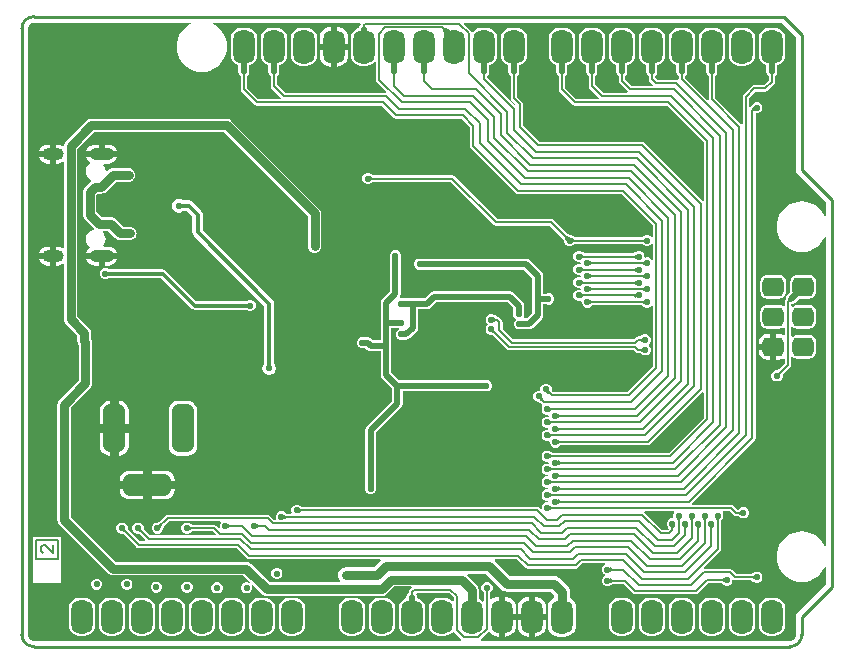
<source format=gbl>
G04*
G04 #@! TF.GenerationSoftware,Altium Limited,Altium Designer,21.1.1 (26)*
G04*
G04 Layer_Physical_Order=2*
G04 Layer_Color=16711680*
%FSAX44Y44*%
%MOMM*%
G71*
G04*
G04 #@! TF.SameCoordinates,378EE943-C238-4E8C-B66D-7123103E1C21*
G04*
G04*
G04 #@! TF.FilePolarity,Positive*
G04*
G01*
G75*
%ADD12C,0.2000*%
%ADD13C,0.1500*%
%ADD17C,0.2540*%
%ADD76C,0.5000*%
%ADD77C,0.7500*%
%ADD78C,0.3000*%
G04:AMPARAMS|DCode=81|XSize=1mm|YSize=2.1mm|CornerRadius=0.5mm|HoleSize=0mm|Usage=FLASHONLY|Rotation=270.000|XOffset=0mm|YOffset=0mm|HoleType=Round|Shape=RoundedRectangle|*
%AMROUNDEDRECTD81*
21,1,1.0000,1.1000,0,0,270.0*
21,1,0.0000,2.1000,0,0,270.0*
1,1,1.0000,-0.5500,0.0000*
1,1,1.0000,-0.5500,0.0000*
1,1,1.0000,0.5500,0.0000*
1,1,1.0000,0.5500,0.0000*
%
%ADD81ROUNDEDRECTD81*%
G04:AMPARAMS|DCode=82|XSize=1mm|YSize=1.8mm|CornerRadius=0.5mm|HoleSize=0mm|Usage=FLASHONLY|Rotation=270.000|XOffset=0mm|YOffset=0mm|HoleType=Round|Shape=RoundedRectangle|*
%AMROUNDEDRECTD82*
21,1,1.0000,0.8000,0,0,270.0*
21,1,0.0000,1.8000,0,0,270.0*
1,1,1.0000,-0.4000,0.0000*
1,1,1.0000,-0.4000,0.0000*
1,1,1.0000,0.4000,0.0000*
1,1,1.0000,0.4000,0.0000*
%
%ADD82ROUNDEDRECTD82*%
G04:AMPARAMS|DCode=83|XSize=4mm|YSize=1.8mm|CornerRadius=0.45mm|HoleSize=0mm|Usage=FLASHONLY|Rotation=90.000|XOffset=0mm|YOffset=0mm|HoleType=Round|Shape=RoundedRectangle|*
%AMROUNDEDRECTD83*
21,1,4.0000,0.9000,0,0,90.0*
21,1,3.1000,1.8000,0,0,90.0*
1,1,0.9000,0.4500,1.5500*
1,1,0.9000,0.4500,-1.5500*
1,1,0.9000,-0.4500,-1.5500*
1,1,0.9000,-0.4500,1.5500*
%
%ADD83ROUNDEDRECTD83*%
G04:AMPARAMS|DCode=84|XSize=4mm|YSize=1.8mm|CornerRadius=0.45mm|HoleSize=0mm|Usage=FLASHONLY|Rotation=180.000|XOffset=0mm|YOffset=0mm|HoleType=Round|Shape=RoundedRectangle|*
%AMROUNDEDRECTD84*
21,1,4.0000,0.9000,0,0,180.0*
21,1,3.1000,1.8000,0,0,180.0*
1,1,0.9000,-1.5500,0.4500*
1,1,0.9000,1.5500,0.4500*
1,1,0.9000,1.5500,-0.4500*
1,1,0.9000,-1.5500,-0.4500*
%
%ADD84ROUNDEDRECTD84*%
G04:AMPARAMS|DCode=85|XSize=1.8mm|YSize=1.6mm|CornerRadius=0.4mm|HoleSize=0mm|Usage=FLASHONLY|Rotation=0.000|XOffset=0mm|YOffset=0mm|HoleType=Round|Shape=RoundedRectangle|*
%AMROUNDEDRECTD85*
21,1,1.8000,0.8000,0,0,0.0*
21,1,1.0000,1.6000,0,0,0.0*
1,1,0.8000,0.5000,-0.4000*
1,1,0.8000,-0.5000,-0.4000*
1,1,0.8000,-0.5000,0.4000*
1,1,0.8000,0.5000,0.4000*
%
%ADD85ROUNDEDRECTD85*%
%ADD86C,0.5500*%
G04:AMPARAMS|DCode=87|XSize=2.8mm|YSize=1.8mm|CornerRadius=0.675mm|HoleSize=0mm|Usage=FLASHONLY|Rotation=90.000|XOffset=0mm|YOffset=0mm|HoleType=Round|Shape=RoundedRectangle|*
%AMROUNDEDRECTD87*
21,1,2.8000,0.4500,0,0,90.0*
21,1,1.4500,1.8000,0,0,90.0*
1,1,1.3500,0.2250,0.7250*
1,1,1.3500,0.2250,-0.7250*
1,1,1.3500,-0.2250,-0.7250*
1,1,1.3500,-0.2250,0.7250*
%
%ADD87ROUNDEDRECTD87*%
G36*
X00010269Y00528476D02*
X00010301Y00528482D01*
X00010333Y00528475D01*
X00143445D01*
X00143644Y00527475D01*
X00142896Y00527165D01*
X00140044Y00525418D01*
X00137501Y00523246D01*
X00135328Y00520702D01*
X00133581Y00517850D01*
X00132301Y00514760D01*
X00131520Y00511507D01*
X00131257Y00508173D01*
X00131520Y00504838D01*
X00132301Y00501586D01*
X00133581Y00498496D01*
X00135328Y00495644D01*
X00137501Y00493101D01*
X00140044Y00490928D01*
X00142896Y00489181D01*
X00145986Y00487901D01*
X00149239Y00487120D01*
X00152573Y00486857D01*
X00155907Y00487120D01*
X00159160Y00487901D01*
X00162250Y00489181D01*
X00165102Y00490928D01*
X00167645Y00493101D01*
X00169818Y00495644D01*
X00171565Y00498496D01*
X00172845Y00501586D01*
X00173626Y00504838D01*
X00173889Y00508173D01*
X00173626Y00511507D01*
X00172845Y00514760D01*
X00171565Y00517850D01*
X00169818Y00520702D01*
X00167645Y00523246D01*
X00165102Y00525418D01*
X00162250Y00527165D01*
X00161502Y00527475D01*
X00161701Y00528475D01*
X00286479D01*
X00287077Y00527475D01*
X00286929Y00526733D01*
Y00526539D01*
X00286489Y00526244D01*
X00285494Y00524756D01*
X00285337Y00523966D01*
X00285199Y00523948D01*
X00283070Y00523066D01*
X00281243Y00521664D01*
X00279840Y00519836D01*
X00278958Y00517707D01*
X00278657Y00515423D01*
Y00500923D01*
X00278958Y00498639D01*
X00279840Y00496510D01*
X00281243Y00494682D01*
X00283070Y00493280D01*
X00285199Y00492398D01*
X00287483Y00492098D01*
X00291983D01*
X00294267Y00492398D01*
X00296396Y00493280D01*
X00298224Y00494682D01*
X00298696Y00495298D01*
X00299696Y00494959D01*
Y00480346D01*
X00299910Y00479273D01*
X00300517Y00478363D01*
X00308627Y00470254D01*
X00308377Y00469575D01*
X00308163Y00469304D01*
X00223421D01*
X00216337Y00476388D01*
Y00483380D01*
X00216777Y00483675D01*
X00217772Y00485163D01*
X00218121Y00486919D01*
Y00492421D01*
X00220196Y00493280D01*
X00222024Y00494682D01*
X00223426Y00496510D01*
X00224308Y00498639D01*
X00224608Y00500923D01*
Y00515423D01*
X00224308Y00517707D01*
X00223426Y00519836D01*
X00222024Y00521664D01*
X00220196Y00523066D01*
X00218067Y00523948D01*
X00215783Y00524249D01*
X00211283D01*
X00208999Y00523948D01*
X00206870Y00523066D01*
X00205042Y00521664D01*
X00203640Y00519836D01*
X00202758Y00517707D01*
X00202458Y00515423D01*
Y00500923D01*
X00202758Y00498639D01*
X00203640Y00496510D01*
X00205042Y00494682D01*
X00206870Y00493280D01*
X00208945Y00492421D01*
Y00486919D01*
X00209294Y00485163D01*
X00210289Y00483675D01*
X00210729Y00483380D01*
Y00475227D01*
X00210943Y00474154D01*
X00211550Y00473244D01*
X00219991Y00464804D01*
X00219586Y00463804D01*
X00200421D01*
X00190937Y00473288D01*
Y00483380D01*
X00191377Y00483675D01*
X00192372Y00485163D01*
X00192721Y00486919D01*
Y00492421D01*
X00194796Y00493280D01*
X00196624Y00494682D01*
X00198026Y00496510D01*
X00198908Y00498639D01*
X00199209Y00500923D01*
Y00515423D01*
X00198908Y00517707D01*
X00198026Y00519836D01*
X00196624Y00521664D01*
X00194796Y00523066D01*
X00192667Y00523948D01*
X00190383Y00524249D01*
X00185883D01*
X00183599Y00523948D01*
X00181470Y00523066D01*
X00179643Y00521664D01*
X00178240Y00519836D01*
X00177358Y00517707D01*
X00177057Y00515423D01*
Y00500923D01*
X00177358Y00498639D01*
X00178240Y00496510D01*
X00179643Y00494682D01*
X00181470Y00493280D01*
X00183545Y00492421D01*
Y00486919D01*
X00183894Y00485163D01*
X00184889Y00483675D01*
X00185329Y00483380D01*
Y00472127D01*
X00185543Y00471054D01*
X00186150Y00470144D01*
X00197277Y00459017D01*
X00198187Y00458410D01*
X00199260Y00458196D01*
X00304839D01*
X00315017Y00448017D01*
X00315927Y00447410D01*
X00317000Y00447196D01*
X00372339D01*
X00379696Y00439839D01*
Y00424000D01*
X00379910Y00422927D01*
X00380517Y00422017D01*
X00418517Y00384017D01*
X00419427Y00383410D01*
X00420500Y00383196D01*
X00508060D01*
X00534296Y00356961D01*
Y00347248D01*
X00533296Y00346922D01*
X00532191Y00348027D01*
X00530445Y00348750D01*
X00528555D01*
X00526809Y00348027D01*
X00525586Y00346804D01*
X00468708D01*
X00467019Y00347655D01*
X00466647Y00348027D01*
X00464901Y00348750D01*
X00464375D01*
X00462579Y00349342D01*
X00450439Y00361483D01*
X00449530Y00362090D01*
X00448457Y00362304D01*
X00402876D01*
X00366697Y00398483D01*
X00365788Y00399090D01*
X00364715Y00399304D01*
X00297751D01*
X00296063Y00400155D01*
X00295691Y00400527D01*
X00293945Y00401250D01*
X00292055D01*
X00290309Y00400527D01*
X00288973Y00399191D01*
X00288250Y00397445D01*
Y00395555D01*
X00288973Y00393809D01*
X00290309Y00392473D01*
X00292055Y00391750D01*
X00293945D01*
X00295691Y00392473D01*
X00296063Y00392845D01*
X00297751Y00393696D01*
X00363553D01*
X00399732Y00357517D01*
X00400642Y00356910D01*
X00401715Y00356696D01*
X00447295D01*
X00458614Y00345377D01*
X00459207Y00343582D01*
Y00343055D01*
X00459930Y00341309D01*
X00461266Y00339973D01*
X00463012Y00339250D01*
X00464901D01*
X00466647Y00339973D01*
X00467019Y00340345D01*
X00468708Y00341196D01*
X00525586D01*
X00526809Y00339973D01*
X00528555Y00339250D01*
X00530445D01*
X00532191Y00339973D01*
X00533296Y00341078D01*
X00534296Y00340752D01*
Y00328248D01*
X00533296Y00327922D01*
X00532191Y00329027D01*
X00530445Y00329750D01*
X00528555D01*
X00528250Y00329623D01*
X00527250Y00330292D01*
Y00331445D01*
X00526527Y00333190D01*
X00525191Y00334527D01*
X00523445Y00335250D01*
X00521555D01*
X00519809Y00334527D01*
X00519437Y00334155D01*
X00517749Y00333304D01*
X00476751D01*
X00475063Y00334155D01*
X00474691Y00334527D01*
X00472945Y00335250D01*
X00471055D01*
X00469309Y00334527D01*
X00467973Y00333191D01*
X00467250Y00331445D01*
Y00329555D01*
X00467973Y00327809D01*
X00469309Y00326473D01*
X00471055Y00325750D01*
X00472945D01*
X00473644Y00325000D01*
X00473415Y00324754D01*
X00472723Y00324250D01*
X00471055D01*
X00469309Y00323527D01*
X00467973Y00322191D01*
X00467250Y00320445D01*
Y00318555D01*
X00467973Y00316809D01*
X00469309Y00315473D01*
X00471055Y00314750D01*
X00472945D01*
X00473644Y00314000D01*
X00473415Y00313754D01*
X00472723Y00313250D01*
X00471055D01*
X00469309Y00312527D01*
X00467973Y00311191D01*
X00467250Y00309445D01*
Y00307555D01*
X00467973Y00305809D01*
X00469309Y00304473D01*
X00471055Y00303750D01*
X00472945D01*
X00473644Y00303000D01*
X00473415Y00302754D01*
X00472723Y00302250D01*
X00471055D01*
X00469309Y00301527D01*
X00467973Y00300191D01*
X00467250Y00298445D01*
Y00296555D01*
X00467973Y00294809D01*
X00469309Y00293473D01*
X00471055Y00292750D01*
X00472945D01*
X00473250Y00292876D01*
X00474250Y00292208D01*
Y00291055D01*
X00474973Y00289309D01*
X00476309Y00287973D01*
X00478055Y00287250D01*
X00479945D01*
X00481691Y00287973D01*
X00482063Y00288345D01*
X00483751Y00289196D01*
X00524749D01*
X00526437Y00288345D01*
X00526809Y00287973D01*
X00528555Y00287250D01*
X00530445D01*
X00532191Y00287973D01*
X00533296Y00289078D01*
X00534296Y00288752D01*
Y00237261D01*
X00512839Y00215804D01*
X00450161D01*
X00449342Y00216623D01*
X00448750Y00218419D01*
Y00218945D01*
X00448027Y00220691D01*
X00446691Y00222027D01*
X00444945Y00222750D01*
X00443055D01*
X00441309Y00222027D01*
X00439973Y00220691D01*
X00439250Y00218945D01*
Y00217663D01*
X00439015Y00216975D01*
X00438326Y00216740D01*
X00437045D01*
X00435299Y00216016D01*
X00433963Y00214680D01*
X00433240Y00212934D01*
Y00211045D01*
X00433963Y00209299D01*
X00435299Y00207963D01*
X00437045Y00207240D01*
X00437571D01*
X00439367Y00206647D01*
X00440496Y00205517D01*
X00440998Y00205182D01*
X00441232Y00204002D01*
X00440920Y00203691D01*
X00440197Y00201945D01*
Y00200055D01*
X00440920Y00198309D01*
X00442257Y00196973D01*
X00444002Y00196250D01*
X00445892D01*
X00446592Y00195500D01*
X00446362Y00195254D01*
X00445671Y00194750D01*
X00444002D01*
X00442257Y00194027D01*
X00440920Y00192691D01*
X00440197Y00190945D01*
Y00189055D01*
X00440920Y00187309D01*
X00442257Y00185973D01*
X00444002Y00185250D01*
X00445892D01*
X00445964Y00185183D01*
Y00184720D01*
X00444992Y00183750D01*
X00444002D01*
X00442257Y00183027D01*
X00440920Y00181691D01*
X00440197Y00179945D01*
Y00178055D01*
X00440920Y00176309D01*
X00442257Y00174973D01*
X00444002Y00174250D01*
X00445892D01*
X00446197Y00174376D01*
X00447197Y00173708D01*
Y00172555D01*
X00447920Y00170809D01*
X00449257Y00169473D01*
X00451002Y00168750D01*
X00452892D01*
X00454638Y00169473D01*
X00455010Y00169845D01*
X00456698Y00170696D01*
X00530361D01*
X00531434Y00170910D01*
X00532344Y00171517D01*
X00576410Y00215583D01*
X00577410Y00215169D01*
Y00193875D01*
X00547839Y00164304D01*
X00449751D01*
X00448063Y00165155D01*
X00447691Y00165527D01*
X00445945Y00166250D01*
X00444055D01*
X00442309Y00165527D01*
X00440973Y00164191D01*
X00440250Y00162445D01*
Y00160555D01*
X00440973Y00158809D01*
X00442309Y00157473D01*
X00444055Y00156750D01*
X00445945D01*
X00446644Y00156000D01*
X00446415Y00155754D01*
X00445723Y00155250D01*
X00444055D01*
X00442309Y00154527D01*
X00440973Y00153191D01*
X00440250Y00151445D01*
Y00149555D01*
X00440973Y00147809D01*
X00442309Y00146473D01*
X00444055Y00145750D01*
X00445945D01*
X00446017Y00145683D01*
Y00145220D01*
X00445045Y00144250D01*
X00444055D01*
X00442309Y00143527D01*
X00440973Y00142191D01*
X00440250Y00140445D01*
Y00138555D01*
X00440973Y00136809D01*
X00442309Y00135473D01*
X00444055Y00134750D01*
X00445945D01*
X00446644Y00134000D01*
X00446415Y00133754D01*
X00445723Y00133250D01*
X00444055D01*
X00442309Y00132527D01*
X00440973Y00131191D01*
X00440250Y00129445D01*
Y00127555D01*
X00440973Y00125809D01*
X00442309Y00124473D01*
X00444055Y00123750D01*
X00445945D01*
X00446644Y00123000D01*
X00446415Y00122754D01*
X00445723Y00122250D01*
X00444055D01*
X00442309Y00121527D01*
X00440973Y00120191D01*
X00440250Y00118445D01*
Y00117129D01*
X00439250Y00116715D01*
X00438483Y00117483D01*
X00437573Y00118090D01*
X00436500Y00118304D01*
X00237751Y00118304D01*
X00236063Y00119155D01*
X00235691Y00119527D01*
X00233945Y00120250D01*
X00232055D01*
X00230309Y00119527D01*
X00228973Y00118191D01*
X00228250Y00116445D01*
Y00114555D01*
X00228561Y00113804D01*
X00227893Y00112804D01*
X00224751D01*
X00223063Y00113655D01*
X00222691Y00114027D01*
X00220945Y00114750D01*
X00219055D01*
X00217309Y00114027D01*
X00215973Y00112691D01*
X00215250Y00110945D01*
Y00109055D01*
X00215561Y00108304D01*
X00214893Y00107304D01*
X00213921D01*
X00210180Y00111045D01*
X00209270Y00111653D01*
X00208197Y00111867D01*
X00123563D01*
X00122490Y00111653D01*
X00121580Y00111045D01*
X00116377Y00105842D01*
X00114581Y00105250D01*
X00114055D01*
X00112309Y00104527D01*
X00110973Y00103191D01*
X00110250Y00101445D01*
Y00099555D01*
X00110973Y00097809D01*
X00112309Y00096473D01*
X00114055Y00095750D01*
X00115945D01*
X00117691Y00096473D01*
X00119027Y00097809D01*
X00119750Y00099555D01*
Y00100081D01*
X00120342Y00101877D01*
X00124724Y00106259D01*
X00168235D01*
X00168617Y00105335D01*
X00168473Y00105191D01*
X00167750Y00103445D01*
Y00101555D01*
X00168065Y00100794D01*
X00167217Y00100228D01*
X00164963Y00102483D01*
X00164053Y00103090D01*
X00162980Y00103304D01*
X00144751D01*
X00143063Y00104155D01*
X00142691Y00104527D01*
X00140945Y00105250D01*
X00139055D01*
X00137309Y00104527D01*
X00135973Y00103191D01*
X00135250Y00101445D01*
Y00099555D01*
X00135973Y00097809D01*
X00137309Y00096473D01*
X00139055Y00095750D01*
X00140945D01*
X00142691Y00096473D01*
X00143063Y00096845D01*
X00144751Y00097696D01*
X00161819D01*
X00164287Y00095228D01*
X00163904Y00094304D01*
X00108661D01*
X00103842Y00099123D01*
X00103250Y00100919D01*
Y00101445D01*
X00102527Y00103191D01*
X00101191Y00104527D01*
X00099445Y00105250D01*
X00097555D01*
X00095809Y00104527D01*
X00094473Y00103191D01*
X00093750Y00101445D01*
Y00099555D01*
X00094473Y00097809D01*
X00095809Y00096473D01*
X00097555Y00095750D01*
X00098081D01*
X00099877Y00095158D01*
X00104731Y00090304D01*
X00104317Y00089304D01*
X00100161D01*
X00090342Y00099123D01*
X00089750Y00100919D01*
Y00101445D01*
X00089027Y00103191D01*
X00087691Y00104527D01*
X00085945Y00105250D01*
X00084055D01*
X00082309Y00104527D01*
X00080973Y00103191D01*
X00080250Y00101445D01*
Y00099555D01*
X00080973Y00097809D01*
X00082309Y00096473D01*
X00084055Y00095750D01*
X00084581D01*
X00086377Y00095158D01*
X00097017Y00084517D01*
X00097927Y00083910D01*
X00099000Y00083696D01*
X00182031D01*
X00190710Y00075017D01*
X00190710Y00075017D01*
X00191620Y00074410D01*
X00192693Y00074196D01*
X00303752D01*
X00304091Y00073196D01*
X00303992Y00073120D01*
X00303992Y00073120D01*
X00298180Y00067308D01*
X00274500D01*
X00272738Y00067076D01*
X00271096Y00066396D01*
X00269686Y00065314D01*
X00268604Y00063904D01*
X00267924Y00062262D01*
X00267692Y00060500D01*
X00267924Y00058738D01*
X00268604Y00057096D01*
X00269621Y00055770D01*
X00269492Y00055114D01*
X00269375Y00054770D01*
X00209932D01*
X00194287Y00070414D01*
X00193086Y00071336D01*
X00191688Y00071915D01*
X00190187Y00072113D01*
X00079589D01*
X00041800Y00109902D01*
Y00202598D01*
X00058101Y00218899D01*
X00059023Y00220100D01*
X00059602Y00221499D01*
X00059800Y00223000D01*
Y00258000D01*
X00059791Y00258068D01*
X00059800Y00258135D01*
X00059602Y00259636D01*
X00059023Y00261035D01*
X00058800Y00261326D01*
Y00266000D01*
X00058602Y00267501D01*
X00058023Y00268900D01*
X00057101Y00270101D01*
X00047300Y00279902D01*
Y00421598D01*
X00061402Y00435700D01*
X00171098D01*
X00242200Y00364598D01*
Y00339000D01*
X00242398Y00337499D01*
X00242977Y00336100D01*
X00243899Y00334899D01*
X00245100Y00333977D01*
X00246499Y00333398D01*
X00248000Y00333200D01*
X00249501Y00333398D01*
X00250900Y00333977D01*
X00252101Y00334899D01*
X00253023Y00336100D01*
X00253602Y00337499D01*
X00253800Y00339000D01*
Y00367000D01*
X00253602Y00368501D01*
X00253023Y00369900D01*
X00252101Y00371101D01*
X00177601Y00445601D01*
X00176400Y00446523D01*
X00175001Y00447102D01*
X00173500Y00447300D01*
X00059000D01*
X00057499Y00447102D01*
X00056920Y00446862D01*
X00056100Y00446523D01*
X00054899Y00445601D01*
X00037399Y00428101D01*
X00036477Y00426900D01*
X00035898Y00425501D01*
X00035744Y00424328D01*
X00034800Y00423792D01*
X00034284Y00424187D01*
X00032338Y00424993D01*
X00030250Y00425268D01*
X00028749D01*
Y00417199D01*
Y00409130D01*
X00030250D01*
X00032338Y00409405D01*
X00034284Y00410211D01*
X00034804Y00410610D01*
X00035700Y00410168D01*
Y00337831D01*
X00034804Y00337389D01*
X00034284Y00337787D01*
X00032338Y00338593D01*
X00030250Y00338868D01*
X00028750D01*
Y00330799D01*
Y00322730D01*
X00030250D01*
X00032338Y00323005D01*
X00034284Y00323811D01*
X00034804Y00324210D01*
X00035700Y00323768D01*
Y00277500D01*
X00035898Y00275999D01*
X00036477Y00274600D01*
X00037399Y00273399D01*
X00047200Y00263598D01*
Y00259135D01*
X00047398Y00257634D01*
X00047977Y00256236D01*
X00048200Y00255945D01*
Y00225402D01*
X00031899Y00209101D01*
X00030977Y00207900D01*
X00030398Y00206501D01*
X00030200Y00205000D01*
Y00107500D01*
X00030398Y00105999D01*
X00030977Y00104600D01*
X00031899Y00103399D01*
X00073086Y00062212D01*
X00074287Y00061291D01*
X00075686Y00060711D01*
X00077187Y00060514D01*
X00187784D01*
X00193188Y00055111D01*
X00192621Y00054263D01*
X00191445Y00054750D01*
X00189555D01*
X00187809Y00054027D01*
X00186473Y00052691D01*
X00185750Y00050945D01*
Y00049055D01*
X00186473Y00047309D01*
X00187809Y00045973D01*
X00189555Y00045250D01*
X00191445D01*
X00193191Y00045973D01*
X00194527Y00047309D01*
X00195250Y00049055D01*
Y00050945D01*
X00194763Y00052121D01*
X00195611Y00052688D01*
X00203428Y00044870D01*
X00204630Y00043948D01*
X00206028Y00043369D01*
X00207529Y00043171D01*
X00305114D01*
X00306615Y00043369D01*
X00308013Y00043948D01*
X00309214Y00044870D01*
X00315545Y00051200D01*
X00329836D01*
X00330235Y00050200D01*
X00328390Y00048356D01*
X00327783Y00047446D01*
X00327569Y00046373D01*
Y00045539D01*
X00327129Y00045244D01*
X00326134Y00043756D01*
X00325785Y00042000D01*
Y00041325D01*
X00323710Y00040466D01*
X00321883Y00039064D01*
X00320480Y00037236D01*
X00319598Y00035107D01*
X00319298Y00032823D01*
Y00018323D01*
X00319598Y00016039D01*
X00320480Y00013910D01*
X00321883Y00012082D01*
X00323710Y00010680D01*
X00325839Y00009798D01*
X00328123Y00009498D01*
X00332623D01*
X00334907Y00009798D01*
X00337036Y00010680D01*
X00338864Y00012082D01*
X00340266Y00013910D01*
X00341148Y00016039D01*
X00341449Y00018323D01*
Y00032823D01*
X00341148Y00035107D01*
X00340266Y00037236D01*
X00338864Y00039064D01*
X00337036Y00040466D01*
X00334961Y00041325D01*
Y00042000D01*
X00334612Y00043756D01*
X00333984Y00044696D01*
X00334518Y00045696D01*
X00361839D01*
X00365696Y00041839D01*
Y00038839D01*
X00364696Y00038500D01*
X00364264Y00039064D01*
X00362436Y00040466D01*
X00360307Y00041348D01*
X00358023Y00041649D01*
X00353523D01*
X00351239Y00041348D01*
X00349110Y00040466D01*
X00347282Y00039064D01*
X00345880Y00037236D01*
X00344998Y00035107D01*
X00344697Y00032823D01*
Y00018323D01*
X00344998Y00016039D01*
X00345880Y00013910D01*
X00347282Y00012082D01*
X00349110Y00010680D01*
X00351239Y00009798D01*
X00353523Y00009498D01*
X00358023D01*
X00360307Y00009798D01*
X00362436Y00010680D01*
X00364264Y00012082D01*
X00364893Y00012902D01*
X00365284Y00012908D01*
X00366028Y00012739D01*
X00366517Y00012007D01*
X00372254Y00006271D01*
X00371896Y00005272D01*
X00371895Y00005271D01*
X00009834D01*
X00008856Y00005465D01*
X00007935Y00005847D01*
X00007106Y00006401D01*
X00006401Y00007106D01*
X00005847Y00007935D01*
X00005465Y00008856D01*
X00005271Y00009834D01*
Y00010333D01*
X00005271Y00523634D01*
X00005277Y00524089D01*
X00005478Y00525040D01*
X00005862Y00525933D01*
X00006412Y00526735D01*
X00007108Y00527413D01*
X00007923Y00527943D01*
X00008826Y00528304D01*
X00009782Y00528482D01*
X00010269Y00528476D01*
D02*
G37*
G36*
X00621242Y00454055D02*
X00619244Y00453928D01*
X00618193Y00454998D01*
X00620003Y00457651D01*
X00621242Y00454055D01*
D02*
G37*
G36*
X00297296Y00397250D02*
Y00395750D01*
X00294964Y00394575D01*
Y00398425D01*
X00297296Y00397250D01*
D02*
G37*
G36*
X00655475Y00516221D02*
Y00404033D01*
X00655863Y00402082D01*
X00656968Y00400428D01*
X00680875Y00376521D01*
Y00364901D01*
X00679875Y00364702D01*
X00679565Y00365450D01*
X00677818Y00368302D01*
X00675646Y00370845D01*
X00673102Y00373018D01*
X00670250Y00374765D01*
X00667160Y00376045D01*
X00663907Y00376826D01*
X00660573Y00377089D01*
X00657238Y00376826D01*
X00653986Y00376045D01*
X00650896Y00374765D01*
X00648044Y00373018D01*
X00645501Y00370845D01*
X00643328Y00368302D01*
X00641581Y00365450D01*
X00640301Y00362360D01*
X00639520Y00359108D01*
X00639257Y00355773D01*
X00639520Y00352439D01*
X00640301Y00349186D01*
X00641581Y00346096D01*
X00643328Y00343244D01*
X00645501Y00340700D01*
X00648044Y00338528D01*
X00650896Y00336781D01*
X00653986Y00335501D01*
X00657238Y00334720D01*
X00660573Y00334457D01*
X00663907Y00334720D01*
X00667160Y00335501D01*
X00670250Y00336781D01*
X00673102Y00338528D01*
X00675646Y00340700D01*
X00677818Y00343244D01*
X00679565Y00346096D01*
X00679875Y00346844D01*
X00680875Y00346645D01*
Y00085501D01*
X00679875Y00085302D01*
X00679565Y00086050D01*
X00677818Y00088902D01*
X00675646Y00091446D01*
X00673102Y00093618D01*
X00670250Y00095365D01*
X00667160Y00096645D01*
X00663907Y00097426D01*
X00660573Y00097689D01*
X00657238Y00097426D01*
X00653986Y00096645D01*
X00650896Y00095365D01*
X00648044Y00093618D01*
X00645501Y00091446D01*
X00643328Y00088902D01*
X00641581Y00086050D01*
X00640301Y00082960D01*
X00639520Y00079707D01*
X00639257Y00076373D01*
X00639520Y00073039D01*
X00640301Y00069786D01*
X00641581Y00066696D01*
X00643328Y00063844D01*
X00645501Y00061301D01*
X00648044Y00059128D01*
X00650896Y00057381D01*
X00653986Y00056101D01*
X00657238Y00055320D01*
X00660573Y00055057D01*
X00663907Y00055320D01*
X00667160Y00056101D01*
X00670250Y00057381D01*
X00673102Y00059128D01*
X00675646Y00061301D01*
X00677818Y00063844D01*
X00679565Y00066696D01*
X00679875Y00067444D01*
X00680875Y00067245D01*
Y00053085D01*
X00656968Y00029178D01*
X00655863Y00027524D01*
X00655475Y00025573D01*
Y00010333D01*
X00655482Y00010301D01*
X00655476Y00010268D01*
X00655482Y00009782D01*
X00655304Y00008826D01*
X00654943Y00007923D01*
X00654414Y00007108D01*
X00653735Y00006412D01*
X00652933Y00005862D01*
X00652040Y00005478D01*
X00651089Y00005277D01*
X00650635Y00005271D01*
X00389355D01*
X00389355Y00005272D01*
X00388996Y00006271D01*
X00395411Y00012686D01*
X00396409Y00012620D01*
X00397369Y00011369D01*
X00399406Y00009806D01*
X00401778Y00008824D01*
X00404073Y00008522D01*
Y00025573D01*
Y00042624D01*
X00401778Y00042322D01*
X00399406Y00041340D01*
X00397804Y00040110D01*
X00396804Y00040603D01*
Y00046086D01*
X00398027Y00047309D01*
X00398750Y00049055D01*
Y00050945D01*
X00398027Y00052691D01*
X00396691Y00054027D01*
X00394945Y00054750D01*
X00393055D01*
X00391309Y00054027D01*
X00389973Y00052691D01*
X00389250Y00050945D01*
Y00049055D01*
X00389973Y00047309D01*
X00391196Y00046086D01*
Y00038709D01*
X00390196Y00038370D01*
X00389664Y00039064D01*
X00387836Y00040466D01*
X00386973Y00040824D01*
Y00048327D01*
X00386775Y00049828D01*
X00386196Y00051227D01*
X00385274Y00052428D01*
X00377204Y00060498D01*
X00377618Y00061498D01*
X00393247D01*
X00406058Y00048686D01*
X00406059Y00048686D01*
X00407468Y00047604D01*
X00409110Y00046924D01*
X00410873Y00046692D01*
X00447614D01*
X00450565Y00043741D01*
Y00041488D01*
X00450206Y00041340D01*
X00448169Y00039777D01*
X00446606Y00037740D01*
X00445624Y00035368D01*
X00445289Y00032823D01*
Y00018323D01*
X00445624Y00015778D01*
X00446606Y00013406D01*
X00448169Y00011369D01*
X00450206Y00009806D01*
X00452578Y00008824D01*
X00455123Y00008489D01*
X00459623D01*
X00462168Y00008824D01*
X00464540Y00009806D01*
X00466577Y00011369D01*
X00468140Y00013406D01*
X00469122Y00015778D01*
X00469457Y00018323D01*
Y00032823D01*
X00469122Y00035368D01*
X00468140Y00037740D01*
X00466577Y00039777D01*
X00464540Y00041340D01*
X00464181Y00041488D01*
Y00046561D01*
X00464181Y00046561D01*
X00463949Y00048323D01*
X00463269Y00049965D01*
X00462187Y00051375D01*
X00462187Y00051375D01*
X00455248Y00058314D01*
X00453838Y00059396D01*
X00452196Y00060076D01*
X00450434Y00060308D01*
X00450434Y00060308D01*
X00413693D01*
X00400881Y00073120D01*
X00400713Y00073249D01*
X00401034Y00074196D01*
X00419391D01*
X00426570Y00067017D01*
X00427480Y00066410D01*
X00428553Y00066196D01*
X00468947D01*
X00470020Y00066410D01*
X00470930Y00067017D01*
X00474609Y00070696D01*
X00493519D01*
X00493718Y00069696D01*
X00493309Y00069527D01*
X00491973Y00068191D01*
X00491250Y00066445D01*
Y00064555D01*
X00491973Y00062809D01*
X00493309Y00061473D01*
X00493749Y00061291D01*
Y00060209D01*
X00493309Y00060027D01*
X00491973Y00058691D01*
X00491250Y00056945D01*
Y00055055D01*
X00491973Y00053309D01*
X00493309Y00051973D01*
X00495055Y00051250D01*
X00496945D01*
X00498691Y00051973D01*
X00499063Y00052345D01*
X00500751Y00053196D01*
X00509839D01*
X00517517Y00045517D01*
X00518427Y00044910D01*
X00519500Y00044696D01*
X00571087D01*
X00572160Y00044910D01*
X00573070Y00045517D01*
X00581249Y00053696D01*
X00592249D01*
X00593937Y00052845D01*
X00594309Y00052473D01*
X00596055Y00051750D01*
X00597945D01*
X00599691Y00052473D01*
X00601027Y00053809D01*
X00601750Y00055555D01*
Y00056236D01*
X00602750Y00056743D01*
X00603249Y00056410D01*
X00604322Y00056196D01*
X00617749D01*
X00619437Y00055345D01*
X00619809Y00054973D01*
X00621555Y00054250D01*
X00623445D01*
X00625191Y00054973D01*
X00626527Y00056309D01*
X00627250Y00058055D01*
Y00059945D01*
X00626527Y00061691D01*
X00625191Y00063027D01*
X00623445Y00063750D01*
X00621555D01*
X00619809Y00063027D01*
X00619437Y00062655D01*
X00617749Y00061804D01*
X00605483D01*
X00601795Y00065492D01*
X00600885Y00066100D01*
X00599812Y00066314D01*
X00578140D01*
X00577903Y00066622D01*
X00577680Y00067268D01*
X00591483Y00081070D01*
X00592090Y00081980D01*
X00592304Y00083053D01*
Y00106249D01*
X00593155Y00107937D01*
X00593527Y00108309D01*
X00594250Y00110055D01*
Y00111945D01*
X00593527Y00113691D01*
X00593445Y00113772D01*
X00593828Y00114696D01*
X00599839D01*
X00603017Y00111517D01*
X00603927Y00110910D01*
X00605000Y00110696D01*
X00606336D01*
X00608025Y00109845D01*
X00608397Y00109473D01*
X00610143Y00108750D01*
X00612033D01*
X00613778Y00109473D01*
X00615115Y00110809D01*
X00615838Y00112555D01*
Y00114445D01*
X00615115Y00116191D01*
X00613778Y00117527D01*
X00612033Y00118250D01*
X00610143D01*
X00608397Y00117527D01*
X00608025Y00117155D01*
X00606336Y00116304D01*
X00606161D01*
X00602983Y00119483D01*
X00602073Y00120090D01*
X00601000Y00120304D01*
X00567621D01*
X00567216Y00121304D01*
X00620696Y00174784D01*
X00621304Y00175693D01*
X00621517Y00176766D01*
Y00451725D01*
X00621555Y00451750D01*
X00623445D01*
X00625191Y00452473D01*
X00626527Y00453809D01*
X00627250Y00455555D01*
Y00457445D01*
X00626527Y00459191D01*
X00625191Y00460527D01*
X00623445Y00461250D01*
X00621555D01*
X00619809Y00460527D01*
X00618473Y00459191D01*
X00618302Y00458776D01*
X00617017Y00456894D01*
X00616017Y00457202D01*
Y00464730D01*
X00621484Y00470196D01*
X00629500D01*
X00630573Y00470410D01*
X00631483Y00471017D01*
X00637156Y00476690D01*
X00637763Y00477600D01*
X00637977Y00478673D01*
Y00483380D01*
X00638417Y00483675D01*
X00639412Y00485163D01*
X00639761Y00486919D01*
Y00492421D01*
X00641836Y00493280D01*
X00643664Y00494682D01*
X00645066Y00496510D01*
X00645948Y00498639D01*
X00646248Y00500923D01*
Y00515423D01*
X00645948Y00517707D01*
X00645066Y00519836D01*
X00643664Y00521664D01*
X00641836Y00523066D01*
X00639707Y00523948D01*
X00637423Y00524249D01*
X00632923D01*
X00630639Y00523948D01*
X00628510Y00523066D01*
X00626683Y00521664D01*
X00625280Y00519836D01*
X00624398Y00517707D01*
X00624098Y00515423D01*
Y00500923D01*
X00624398Y00498639D01*
X00625280Y00496510D01*
X00626683Y00494682D01*
X00628510Y00493280D01*
X00630585Y00492421D01*
Y00486919D01*
X00630934Y00485163D01*
X00631929Y00483675D01*
X00632369Y00483380D01*
Y00479834D01*
X00628339Y00475804D01*
X00620322D01*
X00619249Y00475590D01*
X00618340Y00474983D01*
X00611231Y00467874D01*
X00610623Y00466964D01*
X00610410Y00465891D01*
Y00442965D01*
X00609410Y00442559D01*
X00587177Y00464792D01*
X00587177Y00483380D01*
X00587617Y00483675D01*
X00588612Y00485163D01*
X00588961Y00486919D01*
Y00492421D01*
X00591036Y00493280D01*
X00592864Y00494682D01*
X00594266Y00496510D01*
X00595148Y00498639D01*
X00595448Y00500923D01*
Y00515423D01*
X00595148Y00517707D01*
X00594266Y00519836D01*
X00592864Y00521664D01*
X00591036Y00523066D01*
X00588907Y00523948D01*
X00586623Y00524249D01*
X00582123D01*
X00579839Y00523948D01*
X00577710Y00523066D01*
X00575882Y00521664D01*
X00574480Y00519836D01*
X00573598Y00517707D01*
X00573298Y00515423D01*
Y00500923D01*
X00573598Y00498639D01*
X00574480Y00496510D01*
X00575882Y00494682D01*
X00577710Y00493280D01*
X00579785Y00492421D01*
Y00486919D01*
X00580134Y00485163D01*
X00581129Y00483675D01*
X00581569Y00483380D01*
X00581569Y00463631D01*
X00581621Y00463371D01*
X00580699Y00462879D01*
X00561777Y00481801D01*
Y00483380D01*
X00562217Y00483675D01*
X00563212Y00485163D01*
X00563561Y00486919D01*
Y00492421D01*
X00565636Y00493280D01*
X00567464Y00494682D01*
X00568866Y00496510D01*
X00569748Y00498639D01*
X00570048Y00500923D01*
Y00515423D01*
X00569748Y00517707D01*
X00568866Y00519836D01*
X00567464Y00521664D01*
X00565636Y00523066D01*
X00563507Y00523948D01*
X00561223Y00524249D01*
X00556723D01*
X00554439Y00523948D01*
X00552310Y00523066D01*
X00550482Y00521664D01*
X00549080Y00519836D01*
X00548198Y00517707D01*
X00547897Y00515423D01*
Y00500923D01*
X00548198Y00498639D01*
X00549080Y00496510D01*
X00550482Y00494682D01*
X00552310Y00493280D01*
X00554385Y00492421D01*
Y00486919D01*
X00554734Y00485163D01*
X00555729Y00483675D01*
X00556169Y00483380D01*
Y00480784D01*
X00555750Y00480403D01*
X00555253Y00480121D01*
X00554334Y00480304D01*
X00538161D01*
X00536377Y00482088D01*
Y00483380D01*
X00536817Y00483675D01*
X00537812Y00485163D01*
X00538161Y00486919D01*
Y00492421D01*
X00540236Y00493280D01*
X00542064Y00494682D01*
X00543466Y00496510D01*
X00544348Y00498639D01*
X00544649Y00500923D01*
Y00515423D01*
X00544348Y00517707D01*
X00543466Y00519836D01*
X00542064Y00521664D01*
X00540236Y00523066D01*
X00538107Y00523948D01*
X00535823Y00524249D01*
X00531323D01*
X00529039Y00523948D01*
X00526910Y00523066D01*
X00525083Y00521664D01*
X00523680Y00519836D01*
X00522798Y00517707D01*
X00522497Y00515423D01*
Y00500923D01*
X00522798Y00498639D01*
X00523680Y00496510D01*
X00525083Y00494682D01*
X00526910Y00493280D01*
X00528985Y00492421D01*
Y00486919D01*
X00529334Y00485163D01*
X00530329Y00483675D01*
X00530769Y00483380D01*
Y00480927D01*
X00530983Y00479854D01*
X00531590Y00478944D01*
X00534731Y00475804D01*
X00534326Y00474804D01*
X00516661D01*
X00510977Y00480488D01*
Y00483380D01*
X00511417Y00483675D01*
X00512412Y00485163D01*
X00512761Y00486919D01*
Y00492421D01*
X00514836Y00493280D01*
X00516664Y00494682D01*
X00518066Y00496510D01*
X00518948Y00498639D01*
X00519249Y00500923D01*
Y00515423D01*
X00518948Y00517707D01*
X00518066Y00519836D01*
X00516664Y00521664D01*
X00514836Y00523066D01*
X00512707Y00523948D01*
X00510423Y00524249D01*
X00505923D01*
X00503639Y00523948D01*
X00501510Y00523066D01*
X00499683Y00521664D01*
X00498280Y00519836D01*
X00497398Y00517707D01*
X00497098Y00515423D01*
Y00500923D01*
X00497398Y00498639D01*
X00498280Y00496510D01*
X00499683Y00494682D01*
X00501510Y00493280D01*
X00503585Y00492421D01*
Y00486919D01*
X00503934Y00485163D01*
X00504929Y00483675D01*
X00505369Y00483380D01*
Y00479327D01*
X00505583Y00478254D01*
X00506190Y00477344D01*
X00513231Y00470304D01*
X00512826Y00469304D01*
X00492661D01*
X00485577Y00476388D01*
Y00483380D01*
X00486017Y00483675D01*
X00487012Y00485163D01*
X00487361Y00486919D01*
Y00492421D01*
X00489436Y00493280D01*
X00491264Y00494682D01*
X00492666Y00496510D01*
X00493548Y00498639D01*
X00493848Y00500923D01*
Y00515423D01*
X00493548Y00517707D01*
X00492666Y00519836D01*
X00491264Y00521664D01*
X00489436Y00523066D01*
X00487307Y00523948D01*
X00485023Y00524249D01*
X00480523D01*
X00478239Y00523948D01*
X00476110Y00523066D01*
X00474282Y00521664D01*
X00472880Y00519836D01*
X00471998Y00517707D01*
X00471698Y00515423D01*
Y00500923D01*
X00471998Y00498639D01*
X00472880Y00496510D01*
X00474282Y00494682D01*
X00476110Y00493280D01*
X00478185Y00492421D01*
Y00486919D01*
X00478534Y00485163D01*
X00479529Y00483675D01*
X00479969Y00483380D01*
Y00475227D01*
X00480183Y00474154D01*
X00480790Y00473244D01*
X00489231Y00464804D01*
X00488826Y00463804D01*
X00469661D01*
X00460177Y00473288D01*
Y00483380D01*
X00460617Y00483675D01*
X00461612Y00485163D01*
X00461961Y00486919D01*
Y00492421D01*
X00464036Y00493280D01*
X00465864Y00494682D01*
X00467266Y00496510D01*
X00468148Y00498639D01*
X00468448Y00500923D01*
Y00515423D01*
X00468148Y00517707D01*
X00467266Y00519836D01*
X00465864Y00521664D01*
X00464036Y00523066D01*
X00461907Y00523948D01*
X00459623Y00524249D01*
X00455123D01*
X00452839Y00523948D01*
X00450710Y00523066D01*
X00448882Y00521664D01*
X00447480Y00519836D01*
X00446598Y00517707D01*
X00446297Y00515423D01*
Y00500923D01*
X00446598Y00498639D01*
X00447480Y00496510D01*
X00448882Y00494682D01*
X00450710Y00493280D01*
X00452785Y00492421D01*
Y00486919D01*
X00453134Y00485163D01*
X00454129Y00483675D01*
X00454569Y00483380D01*
Y00472127D01*
X00454783Y00471054D01*
X00455390Y00470144D01*
X00466517Y00459017D01*
X00467427Y00458410D01*
X00468500Y00458196D01*
X00546339D01*
X00577410Y00427125D01*
Y00377861D01*
X00576410Y00377447D01*
X00527374Y00426483D01*
X00526464Y00427090D01*
X00525391Y00427304D01*
X00438661D01*
X00424807Y00441158D01*
Y00459357D01*
X00424594Y00460430D01*
X00423986Y00461339D01*
X00419537Y00465788D01*
X00419537Y00483380D01*
X00419977Y00483675D01*
X00420972Y00485163D01*
X00421321Y00486919D01*
Y00492421D01*
X00423396Y00493280D01*
X00425224Y00494682D01*
X00426626Y00496510D01*
X00427508Y00498639D01*
X00427808Y00500923D01*
Y00515423D01*
X00427508Y00517707D01*
X00426626Y00519836D01*
X00425224Y00521664D01*
X00423396Y00523066D01*
X00421267Y00523948D01*
X00418983Y00524249D01*
X00414483D01*
X00412199Y00523948D01*
X00410070Y00523066D01*
X00408242Y00521664D01*
X00406840Y00519836D01*
X00405958Y00517707D01*
X00405658Y00515423D01*
Y00500923D01*
X00405958Y00498639D01*
X00406840Y00496510D01*
X00408242Y00494682D01*
X00410070Y00493280D01*
X00412145Y00492421D01*
Y00486919D01*
X00412494Y00485163D01*
X00413489Y00483675D01*
X00413929Y00483380D01*
X00413929Y00464627D01*
X00414143Y00463554D01*
X00414750Y00462644D01*
X00418468Y00458927D01*
X00418461Y00458891D01*
X00417374Y00458564D01*
X00394137Y00481801D01*
Y00483380D01*
X00394577Y00483675D01*
X00395572Y00485163D01*
X00395921Y00486919D01*
Y00492421D01*
X00397996Y00493280D01*
X00399824Y00494682D01*
X00401226Y00496510D01*
X00402108Y00498639D01*
X00402408Y00500923D01*
Y00515423D01*
X00402108Y00517707D01*
X00401226Y00519836D01*
X00399824Y00521664D01*
X00397996Y00523066D01*
X00395867Y00523948D01*
X00393583Y00524249D01*
X00389083D01*
X00386799Y00523948D01*
X00384670Y00523066D01*
X00382842Y00521664D01*
X00382089Y00520681D01*
X00381783Y00520648D01*
X00380930Y00520813D01*
X00380483Y00521483D01*
X00374414Y00527551D01*
X00374797Y00528475D01*
X00643221D01*
X00655475Y00516221D01*
D02*
G37*
G36*
X00463929Y00346750D02*
X00461207Y00344027D01*
X00460389Y00346507D01*
X00461449Y00347568D01*
X00463929Y00346750D01*
D02*
G37*
G36*
X00468252Y00344750D02*
Y00343250D01*
X00465920Y00342075D01*
Y00345925D01*
X00468252Y00344750D01*
D02*
G37*
G36*
X00520536Y00328575D02*
X00518204Y00329750D01*
X00518204Y00331250D01*
X00520536Y00332425D01*
X00520536Y00328575D01*
D02*
G37*
G36*
X00476296Y00331250D02*
X00476296Y00329750D01*
X00473964Y00328575D01*
X00473964Y00332425D01*
X00476296Y00331250D01*
D02*
G37*
G36*
X00527536Y00323075D02*
X00525204Y00324250D01*
X00525204Y00325750D01*
X00527536Y00326925D01*
X00527536Y00323075D01*
D02*
G37*
G36*
X00483296Y00325750D02*
X00483296Y00324250D01*
X00480964Y00323075D01*
X00480964Y00326925D01*
X00483296Y00325750D01*
D02*
G37*
G36*
X00520536Y00317575D02*
X00518204Y00318750D01*
X00518204Y00320250D01*
X00520536Y00321425D01*
X00520536Y00317575D01*
D02*
G37*
G36*
X00476296Y00320250D02*
X00476296Y00318750D01*
X00473964Y00317575D01*
X00473964Y00321425D01*
X00476296Y00320250D01*
D02*
G37*
G36*
X00527536Y00312075D02*
X00525204Y00313250D01*
X00525204Y00314750D01*
X00527536Y00315925D01*
X00527536Y00312075D01*
D02*
G37*
G36*
X00483296Y00314750D02*
X00483296Y00313250D01*
X00480964Y00312075D01*
X00480964Y00315925D01*
X00483296Y00314750D01*
D02*
G37*
G36*
X00520536Y00306575D02*
X00518204Y00307750D01*
X00518204Y00309250D01*
X00520536Y00310425D01*
X00520536Y00306575D01*
D02*
G37*
G36*
X00476296Y00309250D02*
X00476296Y00307750D01*
X00473964Y00306575D01*
X00473964Y00310425D01*
X00476296Y00309250D01*
D02*
G37*
G36*
X00527536Y00301075D02*
X00525204Y00302250D01*
X00525204Y00303750D01*
X00527536Y00304925D01*
X00527536Y00301075D01*
D02*
G37*
G36*
X00483296Y00303750D02*
X00483296Y00302250D01*
X00480964Y00301075D01*
X00480964Y00304925D01*
X00483296Y00303750D01*
D02*
G37*
G36*
X00476296Y00298250D02*
Y00296750D01*
X00473964Y00295575D01*
Y00299425D01*
X00476296Y00298250D01*
D02*
G37*
G36*
X00520536Y00295575D02*
X00518204Y00296750D01*
X00518204Y00298250D01*
X00520536Y00299425D01*
X00520536Y00295575D01*
D02*
G37*
G36*
X00527536Y00290075D02*
X00525204Y00291250D01*
Y00292750D01*
X00527536Y00293925D01*
Y00290075D01*
D02*
G37*
G36*
X00483296Y00292750D02*
X00483296Y00291250D01*
X00480964Y00290075D01*
X00480964Y00293925D01*
X00483296Y00292750D01*
D02*
G37*
G36*
X00447568Y00215493D02*
X00446507Y00214432D01*
X00444027Y00215250D01*
X00446750Y00217973D01*
X00447568Y00215493D01*
D02*
G37*
G36*
X00441558Y00209482D02*
X00440497Y00208422D01*
X00438017Y00209240D01*
X00440740Y00211962D01*
X00441558Y00209482D01*
D02*
G37*
G36*
X00449243Y00201750D02*
Y00200250D01*
X00446911Y00199075D01*
Y00202925D01*
X00449243Y00201750D01*
D02*
G37*
G36*
X00456243Y00196250D02*
Y00194750D01*
X00453911Y00193575D01*
Y00197425D01*
X00456243Y00196250D01*
D02*
G37*
G36*
X00449243Y00190750D02*
Y00189250D01*
X00446911Y00188075D01*
Y00191925D01*
X00449243Y00190750D01*
D02*
G37*
G36*
X00455743Y00185250D02*
Y00183750D01*
X00453411Y00182575D01*
Y00186425D01*
X00455743Y00185250D01*
D02*
G37*
G36*
X00449243Y00179750D02*
Y00178250D01*
X00446911Y00177075D01*
Y00180925D01*
X00449243Y00179750D01*
D02*
G37*
G36*
X00456243Y00174250D02*
X00456243Y00172750D01*
X00453911Y00171575D01*
X00453911Y00175425D01*
X00456243Y00174250D01*
D02*
G37*
G36*
X00449296Y00162250D02*
Y00160750D01*
X00446964Y00159575D01*
Y00163425D01*
X00449296Y00162250D01*
D02*
G37*
G36*
X00456296Y00156750D02*
Y00155250D01*
X00453964Y00154075D01*
Y00157925D01*
X00456296Y00156750D01*
D02*
G37*
G36*
X00449296Y00151250D02*
Y00149750D01*
X00446964Y00148575D01*
Y00152425D01*
X00449296Y00151250D01*
D02*
G37*
G36*
X00455796Y00145750D02*
Y00144250D01*
X00453464Y00143075D01*
Y00146925D01*
X00455796Y00145750D01*
D02*
G37*
G36*
X00449296Y00140250D02*
Y00138750D01*
X00446964Y00137575D01*
Y00141425D01*
X00449296Y00140250D01*
D02*
G37*
G36*
X00456296Y00134750D02*
X00456296Y00133250D01*
X00453964Y00132075D01*
X00453964Y00135925D01*
X00456296Y00134750D01*
D02*
G37*
G36*
X00449296Y00129250D02*
Y00127750D01*
X00446964Y00126575D01*
Y00130425D01*
X00449296Y00129250D01*
D02*
G37*
G36*
X00456296Y00123750D02*
Y00122250D01*
X00453964Y00121075D01*
Y00124925D01*
X00456296Y00123750D01*
D02*
G37*
G36*
X00449296Y00118250D02*
Y00116750D01*
X00446964Y00115575D01*
Y00119425D01*
X00449296Y00118250D01*
D02*
G37*
G36*
X00237296Y00116250D02*
X00237296Y00114750D01*
X00234964Y00113575D01*
X00234964Y00117425D01*
X00237296Y00116250D01*
D02*
G37*
G36*
X00609124Y00111575D02*
X00606792Y00112750D01*
Y00114250D01*
X00609124Y00115425D01*
Y00111575D01*
D02*
G37*
G36*
X00224296Y00110750D02*
Y00109250D01*
X00221964Y00108075D01*
Y00111925D01*
X00224296Y00110750D01*
D02*
G37*
G36*
X00568250Y00106704D02*
X00566750Y00106704D01*
X00565575Y00109036D01*
X00569425Y00109036D01*
X00568250Y00106704D01*
D02*
G37*
G36*
X00557250D02*
X00555750Y00106704D01*
X00554575Y00109036D01*
X00558425Y00109036D01*
X00557250Y00106704D01*
D02*
G37*
G36*
X00590250D02*
X00588750Y00106704D01*
X00587575Y00109036D01*
X00591425Y00109036D01*
X00590250Y00106704D01*
D02*
G37*
G36*
X00579250D02*
X00577750Y00106704D01*
X00576575Y00109036D01*
X00580425Y00109036D01*
X00579250Y00106704D01*
D02*
G37*
G36*
X00176796Y00103250D02*
Y00101750D01*
X00174464Y00100575D01*
Y00104425D01*
X00176796Y00103250D01*
D02*
G37*
G36*
X00201296Y00103250D02*
Y00101750D01*
X00198964Y00100575D01*
Y00104425D01*
X00201296Y00103250D01*
D02*
G37*
G36*
X00118568Y00103007D02*
X00117750Y00100527D01*
X00115028Y00103250D01*
X00117507Y00104068D01*
X00118568Y00103007D01*
D02*
G37*
G36*
X00562750Y00099704D02*
X00561250Y00099704D01*
X00560075Y00102036D01*
X00563925Y00102036D01*
X00562750Y00099704D01*
D02*
G37*
G36*
X00551750Y00099704D02*
X00550250D01*
X00549075Y00102036D01*
X00552925D01*
X00551750Y00099704D01*
D02*
G37*
G36*
X00584750Y00099704D02*
X00583250Y00099704D01*
X00582075Y00102036D01*
X00585925Y00102036D01*
X00584750Y00099704D01*
D02*
G37*
G36*
X00573750Y00099704D02*
X00572250Y00099704D01*
X00571075Y00102036D01*
X00574925Y00102036D01*
X00573750Y00099704D01*
D02*
G37*
G36*
X00552555Y00113772D02*
X00552473Y00113691D01*
X00551750Y00111945D01*
Y00110055D01*
X00551876Y00109750D01*
X00551208Y00108750D01*
X00550055D01*
X00548309Y00108027D01*
X00546973Y00106691D01*
X00546250Y00104945D01*
Y00103055D01*
X00546973Y00101309D01*
X00547345Y00100937D01*
X00547890Y00099856D01*
X00546839Y00098804D01*
X00542161D01*
X00527269Y00113696D01*
X00527674Y00114696D01*
X00552172D01*
X00552555Y00113772D01*
D02*
G37*
G36*
X00144296Y00101250D02*
Y00099750D01*
X00141964Y00098575D01*
Y00102425D01*
X00144296Y00101250D01*
D02*
G37*
G36*
X00088568Y00097993D02*
X00087507Y00096932D01*
X00085028Y00097750D01*
X00087750Y00100472D01*
X00088568Y00097993D01*
D02*
G37*
G36*
X00102068Y00097993D02*
X00101007Y00096932D01*
X00098527Y00097750D01*
X00101250Y00100472D01*
X00102068Y00097993D01*
D02*
G37*
G36*
X00500296Y00066250D02*
Y00064750D01*
X00497964Y00063575D01*
Y00067425D01*
X00500296Y00066250D01*
D02*
G37*
G36*
X00620536Y00057075D02*
X00618204Y00058250D01*
Y00059750D01*
X00620536Y00060925D01*
Y00057075D01*
D02*
G37*
G36*
X00595036Y00054575D02*
X00592704Y00055750D01*
Y00057250D01*
X00595036Y00058425D01*
Y00054575D01*
D02*
G37*
G36*
X00500296Y00056750D02*
Y00055250D01*
X00497964Y00054075D01*
Y00057925D01*
X00500296Y00056750D01*
D02*
G37*
%LPC*%
G36*
X00266833Y00525224D02*
Y00510673D01*
X00276417D01*
Y00515423D01*
X00276082Y00517968D01*
X00275100Y00520340D01*
X00273537Y00522377D01*
X00271500Y00523940D01*
X00269128Y00524922D01*
X00266833Y00525224D01*
D02*
G37*
G36*
X00261833D02*
X00259538Y00524922D01*
X00257166Y00523940D01*
X00255129Y00522377D01*
X00253566Y00520340D01*
X00252584Y00517968D01*
X00252249Y00515423D01*
Y00510673D01*
X00261833D01*
Y00525224D01*
D02*
G37*
G36*
X00241183Y00524249D02*
X00236683D01*
X00234399Y00523948D01*
X00232270Y00523066D01*
X00230443Y00521664D01*
X00229040Y00519836D01*
X00228158Y00517707D01*
X00227857Y00515423D01*
Y00500923D01*
X00228158Y00498639D01*
X00229040Y00496510D01*
X00230443Y00494682D01*
X00232270Y00493280D01*
X00234399Y00492398D01*
X00236683Y00492098D01*
X00241183D01*
X00243467Y00492398D01*
X00245596Y00493280D01*
X00247424Y00494682D01*
X00248826Y00496510D01*
X00249708Y00498639D01*
X00250009Y00500923D01*
Y00515423D01*
X00249708Y00517707D01*
X00248826Y00519836D01*
X00247424Y00521664D01*
X00245596Y00523066D01*
X00243467Y00523948D01*
X00241183Y00524249D01*
D02*
G37*
G36*
X00276417Y00505673D02*
X00266833D01*
Y00491122D01*
X00269128Y00491424D01*
X00271500Y00492406D01*
X00273537Y00493969D01*
X00275100Y00496006D01*
X00276082Y00498378D01*
X00276417Y00500923D01*
Y00505673D01*
D02*
G37*
G36*
X00261833D02*
X00252249D01*
Y00500923D01*
X00252584Y00498378D01*
X00253566Y00496006D01*
X00255129Y00493969D01*
X00257166Y00492406D01*
X00259538Y00491424D01*
X00261833Y00491122D01*
Y00505673D01*
D02*
G37*
G36*
X00073250Y00425268D02*
X00070250D01*
Y00419699D01*
X00080873D01*
X00080238Y00421234D01*
X00078955Y00422905D01*
X00077284Y00424187D01*
X00075338Y00424993D01*
X00073250Y00425268D01*
D02*
G37*
G36*
X00065250D02*
X00062250D01*
X00060161Y00424993D01*
X00058215Y00424187D01*
X00056544Y00422905D01*
X00055262Y00421234D01*
X00054626Y00419699D01*
X00065250D01*
Y00425268D01*
D02*
G37*
G36*
X00023749D02*
X00022250D01*
X00020161Y00424993D01*
X00018215Y00424187D01*
X00016544Y00422905D01*
X00015262Y00421234D01*
X00014626Y00419699D01*
X00023749D01*
Y00425268D01*
D02*
G37*
G36*
Y00414699D02*
X00014626D01*
X00015262Y00413165D01*
X00016544Y00411494D01*
X00018215Y00410211D01*
X00020161Y00409405D01*
X00022250Y00409130D01*
X00023749D01*
Y00414699D01*
D02*
G37*
G36*
X00080873Y00414699D02*
X00067750D01*
X00054626D01*
X00055262Y00413165D01*
X00056544Y00411494D01*
X00057650Y00410645D01*
X00057670Y00409401D01*
X00056866Y00408783D01*
X00055543Y00407060D01*
X00054712Y00405053D01*
X00054429Y00402899D01*
X00054712Y00400746D01*
X00055543Y00398739D01*
X00056866Y00397015D01*
X00058589Y00395693D01*
X00058951Y00395543D01*
X00059044Y00394907D01*
X00058995Y00394442D01*
X00057899Y00393601D01*
X00053399Y00389101D01*
X00052477Y00387900D01*
X00051898Y00386501D01*
X00051700Y00385000D01*
Y00366000D01*
X00051898Y00364499D01*
X00052477Y00363100D01*
X00053399Y00361899D01*
X00061088Y00354210D01*
X00060770Y00353160D01*
X00060596Y00353137D01*
X00058589Y00352306D01*
X00056866Y00350983D01*
X00055543Y00349260D01*
X00054712Y00347253D01*
X00054429Y00345099D01*
X00054712Y00342946D01*
X00055543Y00340939D01*
X00056866Y00339215D01*
X00057670Y00338598D01*
X00057650Y00337353D01*
X00056544Y00336505D01*
X00055262Y00334834D01*
X00054626Y00333299D01*
X00067750D01*
X00080873D01*
X00080238Y00334834D01*
X00078955Y00336505D01*
X00077284Y00337787D01*
X00075338Y00338593D01*
X00073250Y00338868D01*
X00069628D01*
X00069135Y00339868D01*
X00069956Y00340939D01*
X00070787Y00342946D01*
X00071071Y00345099D01*
X00070787Y00347253D01*
X00069956Y00349260D01*
X00068634Y00350983D01*
X00068281Y00351254D01*
X00068603Y00352200D01*
X00073098D01*
X00079399Y00345899D01*
X00080600Y00344977D01*
X00081999Y00344398D01*
X00083500Y00344200D01*
X00091500D01*
X00093001Y00344398D01*
X00094400Y00344977D01*
X00095601Y00345899D01*
X00096523Y00347100D01*
X00097102Y00348499D01*
X00097300Y00350000D01*
X00097102Y00351501D01*
X00096523Y00352900D01*
X00095601Y00354101D01*
X00094400Y00355023D01*
X00093001Y00355602D01*
X00091500Y00355800D01*
X00085902D01*
X00079601Y00362101D01*
X00078400Y00363023D01*
X00077001Y00363602D01*
X00075500Y00363800D01*
X00067902D01*
X00063300Y00368402D01*
Y00382598D01*
X00064402Y00383700D01*
X00067500D01*
X00069001Y00383898D01*
X00070400Y00384477D01*
X00071601Y00385399D01*
X00079902Y00393700D01*
X00090500D01*
X00092001Y00393897D01*
X00093400Y00394477D01*
X00094601Y00395398D01*
X00095523Y00396600D01*
X00096102Y00397998D01*
X00096300Y00399499D01*
X00096102Y00401000D01*
X00095523Y00402399D01*
X00094601Y00403600D01*
X00093400Y00404522D01*
X00092001Y00405101D01*
X00090500Y00405299D01*
X00077499D01*
X00075998Y00405101D01*
X00074599Y00404522D01*
X00073398Y00403600D01*
X00071924Y00402126D01*
X00071027Y00402568D01*
X00071071Y00402899D01*
X00070787Y00405053D01*
X00069956Y00407060D01*
X00069135Y00408130D01*
X00069628Y00409130D01*
X00073250D01*
X00075338Y00409405D01*
X00077284Y00410211D01*
X00078955Y00411494D01*
X00080238Y00413165D01*
X00080873Y00414699D01*
D02*
G37*
G36*
X00023750Y00338868D02*
X00022250D01*
X00020161Y00338593D01*
X00018215Y00337787D01*
X00016544Y00336505D01*
X00015262Y00334834D01*
X00014626Y00333299D01*
X00023750D01*
Y00338868D01*
D02*
G37*
G36*
X00080873Y00328299D02*
X00070250D01*
Y00322730D01*
X00073250D01*
X00075338Y00323005D01*
X00077284Y00323811D01*
X00078955Y00325094D01*
X00080238Y00326765D01*
X00080873Y00328299D01*
D02*
G37*
G36*
X00065250D02*
X00054626D01*
X00055262Y00326765D01*
X00056544Y00325094D01*
X00058215Y00323811D01*
X00060161Y00323005D01*
X00062250Y00322730D01*
X00065250D01*
Y00328299D01*
D02*
G37*
G36*
X00023750Y00328299D02*
X00014626D01*
X00015262Y00326765D01*
X00016544Y00325094D01*
X00018215Y00323811D01*
X00020161Y00323005D01*
X00022250Y00322730D01*
X00023750D01*
Y00328299D01*
D02*
G37*
G36*
X00317445Y00335750D02*
X00315555D01*
X00313809Y00335027D01*
X00312473Y00333691D01*
X00311750Y00331945D01*
Y00330055D01*
X00311912Y00329664D01*
Y00300900D01*
X00305256Y00294244D01*
X00304261Y00292756D01*
X00303912Y00291000D01*
Y00274675D01*
Y00259426D01*
X00297563D01*
X00296244Y00260744D01*
X00294756Y00261739D01*
X00293000Y00262088D01*
X00289835D01*
X00289445Y00262250D01*
X00287555D01*
X00285809Y00261527D01*
X00284473Y00260191D01*
X00283750Y00258445D01*
Y00256555D01*
X00284473Y00254809D01*
X00285809Y00253473D01*
X00287555Y00252750D01*
X00289445D01*
X00289835Y00252912D01*
X00291100D01*
X00292418Y00251593D01*
X00293907Y00250599D01*
X00295663Y00250249D01*
X00303912D01*
Y00230500D01*
X00304261Y00228744D01*
X00305256Y00227256D01*
X00313412Y00219100D01*
Y00207901D01*
X00292256Y00186744D01*
X00291261Y00185256D01*
X00290912Y00183500D01*
Y00135336D01*
X00290750Y00134945D01*
Y00133055D01*
X00291473Y00131309D01*
X00292809Y00129973D01*
X00294555Y00129250D01*
X00296445D01*
X00298191Y00129973D01*
X00299527Y00131309D01*
X00300250Y00133055D01*
Y00134945D01*
X00300088Y00135336D01*
Y00181600D01*
X00321244Y00202756D01*
X00322239Y00204244D01*
X00322588Y00206000D01*
Y00216412D01*
X00350664D01*
X00351055Y00216250D01*
X00352945D01*
X00353335Y00216412D01*
X00392164D01*
X00392555Y00216250D01*
X00394445D01*
X00396191Y00216973D01*
X00397527Y00218309D01*
X00398250Y00220055D01*
Y00221945D01*
X00397527Y00223691D01*
X00396191Y00225027D01*
X00394445Y00225750D01*
X00392555D01*
X00392164Y00225588D01*
X00353335D01*
X00352945Y00225750D01*
X00351055D01*
X00350664Y00225588D01*
X00319900D01*
X00313088Y00232400D01*
Y00254837D01*
Y00269912D01*
X00319540D01*
X00319739Y00268912D01*
X00318809Y00268527D01*
X00317473Y00267191D01*
X00316750Y00265445D01*
Y00263555D01*
X00317473Y00261809D01*
X00318809Y00260473D01*
X00320555Y00259750D01*
X00322445D01*
X00322836Y00259912D01*
X00325500D01*
X00327256Y00260261D01*
X00328744Y00261256D01*
X00334244Y00266756D01*
X00335239Y00268244D01*
X00335588Y00270000D01*
Y00285912D01*
X00343367D01*
X00345123Y00286261D01*
X00346611Y00287256D01*
X00351065Y00291709D01*
X00411724D01*
X00416412Y00287021D01*
Y00282836D01*
X00416250Y00282445D01*
Y00280555D01*
X00416973Y00278809D01*
X00418309Y00277473D01*
X00418383Y00277101D01*
X00417473Y00276191D01*
X00416750Y00274445D01*
Y00272555D01*
X00417473Y00270809D01*
X00418809Y00269473D01*
X00420555Y00268750D01*
X00422445D01*
X00422836Y00268912D01*
X00429500D01*
X00431256Y00269261D01*
X00432744Y00270256D01*
X00440244Y00277756D01*
X00441239Y00279244D01*
X00441588Y00281000D01*
Y00289912D01*
X00444664D01*
X00445055Y00289750D01*
X00446945D01*
X00448691Y00290473D01*
X00450027Y00291809D01*
X00450750Y00293555D01*
Y00295445D01*
X00450027Y00297191D01*
X00448691Y00298527D01*
X00446945Y00299250D01*
X00445055D01*
X00444664Y00299088D01*
X00441588D01*
Y00314000D01*
X00441239Y00315756D01*
X00440244Y00317244D01*
X00430244Y00327244D01*
X00428756Y00328239D01*
X00427000Y00328588D01*
X00396335D01*
X00395945Y00328750D01*
X00394055D01*
X00393665Y00328588D01*
X00338350D01*
X00337960Y00328750D01*
X00336070D01*
X00334324Y00328027D01*
X00332988Y00326691D01*
X00332265Y00324945D01*
Y00323055D01*
X00332988Y00321309D01*
X00334324Y00319973D01*
X00336070Y00319250D01*
X00337960D01*
X00338350Y00319412D01*
X00393665D01*
X00394055Y00319250D01*
X00395945D01*
X00396335Y00319412D01*
X00425099D01*
X00432412Y00312099D01*
Y00294500D01*
Y00282901D01*
X00427599Y00278088D01*
X00425612D01*
X00425142Y00279088D01*
X00425750Y00280555D01*
Y00282445D01*
X00425588Y00282836D01*
Y00288922D01*
X00425239Y00290677D01*
X00424244Y00292166D01*
X00416869Y00299542D01*
X00415380Y00300536D01*
X00413624Y00300885D01*
X00349164D01*
X00347408Y00300536D01*
X00345920Y00299542D01*
X00341466Y00295088D01*
X00322836D01*
X00322445Y00295250D01*
X00320609D01*
X00320425Y00295436D01*
X00319967Y00296089D01*
X00320739Y00297244D01*
X00321088Y00299000D01*
Y00329664D01*
X00321250Y00330055D01*
Y00331945D01*
X00320527Y00333691D01*
X00319191Y00335027D01*
X00317445Y00335750D01*
D02*
G37*
G36*
X00071945Y00320750D02*
X00070055D01*
X00068309Y00320027D01*
X00066973Y00318691D01*
X00066250Y00316945D01*
Y00315055D01*
X00066973Y00313309D01*
X00068309Y00311973D01*
X00070055Y00311250D01*
X00071945D01*
X00073691Y00311973D01*
X00074149Y00312431D01*
X00118022D01*
X00143977Y00286477D01*
X00145134Y00285703D01*
X00146500Y00285431D01*
X00190401D01*
X00190859Y00284973D01*
X00192605Y00284250D01*
X00194495D01*
X00196241Y00284973D01*
X00197577Y00286309D01*
X00198300Y00288055D01*
Y00289945D01*
X00197577Y00291691D01*
X00196241Y00293027D01*
X00194495Y00293750D01*
X00192605D01*
X00190859Y00293027D01*
X00190401Y00292569D01*
X00147978D01*
X00122023Y00318523D01*
X00120866Y00319297D01*
X00119500Y00319569D01*
X00074149D01*
X00073691Y00320027D01*
X00071945Y00320750D01*
D02*
G37*
G36*
X00398445Y00281750D02*
X00396555D01*
X00394809Y00281027D01*
X00393473Y00279691D01*
X00392750Y00277945D01*
Y00276055D01*
X00393473Y00274309D01*
X00394782Y00273000D01*
X00393473Y00271691D01*
X00392750Y00269945D01*
Y00268055D01*
X00393473Y00266309D01*
X00394809Y00264973D01*
X00396555Y00264250D01*
X00397081D01*
X00398877Y00263658D01*
X00410517Y00252017D01*
X00411427Y00251410D01*
X00412500Y00251196D01*
X00518339D01*
X00520017Y00249517D01*
X00520927Y00248910D01*
X00522000Y00248696D01*
X00523249D01*
X00524937Y00247845D01*
X00525309Y00247473D01*
X00527055Y00246750D01*
X00528945D01*
X00530691Y00247473D01*
X00532027Y00248809D01*
X00532750Y00250555D01*
Y00252445D01*
X00532027Y00254191D01*
X00531121Y00255097D01*
X00530800Y00255750D01*
X00531121Y00256403D01*
X00532027Y00257309D01*
X00532750Y00259055D01*
Y00260945D01*
X00532027Y00262691D01*
X00530691Y00264027D01*
X00528945Y00264750D01*
X00527055D01*
X00525309Y00264027D01*
X00524937Y00263655D01*
X00523249Y00262804D01*
X00522000D01*
X00520927Y00262590D01*
X00520017Y00261983D01*
X00518339Y00260304D01*
X00416161D01*
X00407163Y00269303D01*
Y00275170D01*
X00406949Y00276243D01*
X00406341Y00277152D01*
X00404511Y00278983D01*
X00403601Y00279590D01*
X00402528Y00279804D01*
X00402251D01*
X00400563Y00280655D01*
X00400191Y00281027D01*
X00398445Y00281750D01*
D02*
G37*
G36*
X00133757Y00379250D02*
X00132243D01*
X00130781Y00378858D01*
X00129469Y00378101D01*
X00128399Y00377030D01*
X00127642Y00375719D01*
X00127250Y00374257D01*
Y00372743D01*
X00127642Y00371281D01*
X00128399Y00369969D01*
X00129469Y00368899D01*
X00130781Y00368142D01*
X00132243Y00367750D01*
X00133757D01*
X00135219Y00368142D01*
X00136531Y00368899D01*
X00136544Y00368912D01*
X00139600D01*
X00144412Y00364100D01*
Y00351000D01*
X00144761Y00349244D01*
X00145756Y00347756D01*
X00204912Y00288599D01*
Y00239543D01*
X00204899Y00239531D01*
X00204142Y00238219D01*
X00203750Y00236757D01*
Y00235243D01*
X00204142Y00233781D01*
X00204899Y00232470D01*
X00205969Y00231399D01*
X00207281Y00230642D01*
X00208743Y00230250D01*
X00210257D01*
X00211719Y00230642D01*
X00213030Y00231399D01*
X00214101Y00232470D01*
X00214858Y00233781D01*
X00215250Y00235243D01*
Y00236757D01*
X00214858Y00238219D01*
X00214101Y00239531D01*
X00214088Y00239543D01*
Y00290500D01*
X00213739Y00292256D01*
X00212744Y00293744D01*
X00153588Y00352901D01*
Y00366000D01*
X00153239Y00367756D01*
X00152244Y00369244D01*
X00144744Y00376744D01*
X00143256Y00377739D01*
X00141500Y00378088D01*
X00136544D01*
X00136531Y00378101D01*
X00135219Y00378858D01*
X00133757Y00379250D01*
D02*
G37*
G36*
X00083000Y00208065D02*
X00082250D01*
Y00188750D01*
X00090565D01*
Y00200500D01*
X00090307Y00202458D01*
X00089551Y00204282D01*
X00088349Y00205849D01*
X00086782Y00207051D01*
X00084958Y00207807D01*
X00083000Y00208065D01*
D02*
G37*
G36*
X00074750D02*
X00074000D01*
X00072042Y00207807D01*
X00070218Y00207051D01*
X00068651Y00205849D01*
X00067449Y00204282D01*
X00066693Y00202458D01*
X00066435Y00200500D01*
Y00188750D01*
X00074750D01*
Y00208065D01*
D02*
G37*
G36*
X00141000D02*
X00132000D01*
X00130042Y00207807D01*
X00128218Y00207051D01*
X00126651Y00205849D01*
X00125449Y00204282D01*
X00124693Y00202458D01*
X00124435Y00200500D01*
Y00169500D01*
X00124693Y00167542D01*
X00125449Y00165718D01*
X00126651Y00164151D01*
X00128218Y00162949D01*
X00130042Y00162193D01*
X00132000Y00161935D01*
X00141000D01*
X00142958Y00162193D01*
X00144782Y00162949D01*
X00146349Y00164151D01*
X00147551Y00165718D01*
X00148307Y00167542D01*
X00148565Y00169500D01*
Y00200500D01*
X00148307Y00202458D01*
X00147551Y00204282D01*
X00146349Y00205849D01*
X00144782Y00207051D01*
X00142958Y00207807D01*
X00141000Y00208065D01*
D02*
G37*
G36*
X00090565Y00181250D02*
X00082250D01*
Y00161935D01*
X00083000D01*
X00084958Y00162193D01*
X00086782Y00162949D01*
X00088349Y00164151D01*
X00089551Y00165718D01*
X00090307Y00167542D01*
X00090565Y00169500D01*
Y00181250D01*
D02*
G37*
G36*
X00074750D02*
X00066435D01*
Y00169500D01*
X00066693Y00167542D01*
X00067449Y00165718D01*
X00068651Y00164151D01*
X00070218Y00162949D01*
X00072042Y00162193D01*
X00074000Y00161935D01*
X00074750D01*
Y00181250D01*
D02*
G37*
G36*
X00122000Y00149065D02*
X00110250D01*
Y00140750D01*
X00129565D01*
Y00141500D01*
X00129307Y00143458D01*
X00128551Y00145282D01*
X00127349Y00146849D01*
X00125782Y00148051D01*
X00123958Y00148807D01*
X00122000Y00149065D01*
D02*
G37*
G36*
X00102750D02*
X00091000D01*
X00089042Y00148807D01*
X00087218Y00148051D01*
X00085651Y00146849D01*
X00084449Y00145282D01*
X00083693Y00143458D01*
X00083435Y00141500D01*
Y00140750D01*
X00102750D01*
Y00149065D01*
D02*
G37*
G36*
X00129565Y00133250D02*
X00110250D01*
Y00124935D01*
X00122000D01*
X00123958Y00125193D01*
X00125782Y00125949D01*
X00127349Y00127151D01*
X00128551Y00128718D01*
X00129307Y00130542D01*
X00129565Y00132500D01*
Y00133250D01*
D02*
G37*
G36*
X00102750D02*
X00083435D01*
Y00132500D01*
X00083693Y00130542D01*
X00084449Y00128718D01*
X00085651Y00127151D01*
X00087218Y00125949D01*
X00089042Y00125193D01*
X00091000Y00124935D01*
X00102750D01*
Y00133250D01*
D02*
G37*
G36*
X00216945Y00066750D02*
X00215055D01*
X00213309Y00066027D01*
X00211973Y00064691D01*
X00211250Y00062945D01*
Y00061055D01*
X00211973Y00059309D01*
X00213309Y00057973D01*
X00215055Y00057250D01*
X00216945D01*
X00218691Y00057973D01*
X00220027Y00059309D01*
X00220750Y00061055D01*
Y00062945D01*
X00220027Y00064691D01*
X00218691Y00066027D01*
X00216945Y00066750D01*
D02*
G37*
G36*
X00033500Y00093000D02*
X00009500Y00093000D01*
X00009500Y00054000D01*
X00033500Y00054000D01*
X00033500Y00093000D01*
D02*
G37*
G36*
X00089945Y00057750D02*
X00088055D01*
X00086309Y00057027D01*
X00084973Y00055691D01*
X00084250Y00053945D01*
Y00052055D01*
X00084973Y00050309D01*
X00086309Y00048973D01*
X00088055Y00048250D01*
X00089945D01*
X00091691Y00048973D01*
X00093027Y00050309D01*
X00093750Y00052055D01*
Y00053945D01*
X00093027Y00055691D01*
X00091691Y00057027D01*
X00089945Y00057750D01*
D02*
G37*
G36*
X00064445D02*
X00062555D01*
X00060809Y00057027D01*
X00059473Y00055691D01*
X00058750Y00053945D01*
Y00052055D01*
X00059473Y00050309D01*
X00060809Y00048973D01*
X00062555Y00048250D01*
X00064445D01*
X00066191Y00048973D01*
X00067527Y00050309D01*
X00068250Y00052055D01*
Y00053945D01*
X00067527Y00055691D01*
X00066191Y00057027D01*
X00064445Y00057750D01*
D02*
G37*
G36*
X00140945Y00055250D02*
X00139055D01*
X00137309Y00054527D01*
X00135973Y00053191D01*
X00135250Y00051445D01*
Y00049555D01*
X00135973Y00047809D01*
X00137309Y00046473D01*
X00139055Y00045750D01*
X00140945D01*
X00142691Y00046473D01*
X00144027Y00047809D01*
X00144750Y00049555D01*
Y00051445D01*
X00144027Y00053191D01*
X00142691Y00054527D01*
X00140945Y00055250D01*
D02*
G37*
G36*
X00114945Y00055250D02*
X00113055D01*
X00111309Y00054527D01*
X00109973Y00053191D01*
X00109250Y00051445D01*
Y00049555D01*
X00109973Y00047809D01*
X00111309Y00046473D01*
X00113055Y00045750D01*
X00114945D01*
X00116691Y00046473D01*
X00118027Y00047809D01*
X00118750Y00049555D01*
Y00051445D01*
X00118027Y00053191D01*
X00116691Y00054527D01*
X00114945Y00055250D01*
D02*
G37*
G36*
X00166445Y00054750D02*
X00164555D01*
X00162809Y00054027D01*
X00161473Y00052691D01*
X00160750Y00050945D01*
Y00049055D01*
X00161473Y00047309D01*
X00162809Y00045973D01*
X00164555Y00045250D01*
X00166445D01*
X00168191Y00045973D01*
X00169527Y00047309D01*
X00170250Y00049055D01*
Y00050945D01*
X00169527Y00052691D01*
X00168191Y00054027D01*
X00166445Y00054750D01*
D02*
G37*
G36*
X00307223Y00041649D02*
X00302723D01*
X00300439Y00041348D01*
X00298310Y00040466D01*
X00296483Y00039064D01*
X00295080Y00037236D01*
X00294198Y00035107D01*
X00293897Y00032823D01*
Y00018323D01*
X00294198Y00016039D01*
X00295080Y00013910D01*
X00296483Y00012082D01*
X00298310Y00010680D01*
X00300439Y00009798D01*
X00302723Y00009498D01*
X00307223D01*
X00309507Y00009798D01*
X00311636Y00010680D01*
X00313464Y00012082D01*
X00314866Y00013910D01*
X00315748Y00016039D01*
X00316049Y00018323D01*
Y00032823D01*
X00315748Y00035107D01*
X00314866Y00037236D01*
X00313464Y00039064D01*
X00311636Y00040466D01*
X00309507Y00041348D01*
X00307223Y00041649D01*
D02*
G37*
G36*
X00281823D02*
X00277323D01*
X00275039Y00041348D01*
X00272910Y00040466D01*
X00271082Y00039064D01*
X00269680Y00037236D01*
X00268798Y00035107D01*
X00268498Y00032823D01*
Y00018323D01*
X00268798Y00016039D01*
X00269680Y00013910D01*
X00271082Y00012082D01*
X00272910Y00010680D01*
X00275039Y00009798D01*
X00277323Y00009498D01*
X00281823D01*
X00284107Y00009798D01*
X00286236Y00010680D01*
X00288064Y00012082D01*
X00289466Y00013910D01*
X00290348Y00016039D01*
X00290648Y00018323D01*
Y00032823D01*
X00290348Y00035107D01*
X00289466Y00037236D01*
X00288064Y00039064D01*
X00286236Y00040466D01*
X00284107Y00041348D01*
X00281823Y00041649D01*
D02*
G37*
G36*
X00231023D02*
X00226523D01*
X00224239Y00041348D01*
X00222110Y00040466D01*
X00220282Y00039064D01*
X00218880Y00037236D01*
X00217998Y00035107D01*
X00217698Y00032823D01*
Y00018323D01*
X00217998Y00016039D01*
X00218880Y00013910D01*
X00220282Y00012082D01*
X00222110Y00010680D01*
X00224239Y00009798D01*
X00226523Y00009498D01*
X00231023D01*
X00233307Y00009798D01*
X00235436Y00010680D01*
X00237264Y00012082D01*
X00238666Y00013910D01*
X00239548Y00016039D01*
X00239848Y00018323D01*
Y00032823D01*
X00239548Y00035107D01*
X00238666Y00037236D01*
X00237264Y00039064D01*
X00235436Y00040466D01*
X00233307Y00041348D01*
X00231023Y00041649D01*
D02*
G37*
G36*
X00205623D02*
X00201123D01*
X00198839Y00041348D01*
X00196710Y00040466D01*
X00194883Y00039064D01*
X00193480Y00037236D01*
X00192598Y00035107D01*
X00192297Y00032823D01*
Y00018323D01*
X00192598Y00016039D01*
X00193480Y00013910D01*
X00194883Y00012082D01*
X00196710Y00010680D01*
X00198839Y00009798D01*
X00201123Y00009498D01*
X00205623D01*
X00207907Y00009798D01*
X00210036Y00010680D01*
X00211864Y00012082D01*
X00213266Y00013910D01*
X00214148Y00016039D01*
X00214449Y00018323D01*
Y00032823D01*
X00214148Y00035107D01*
X00213266Y00037236D01*
X00211864Y00039064D01*
X00210036Y00040466D01*
X00207907Y00041348D01*
X00205623Y00041649D01*
D02*
G37*
G36*
X00180223D02*
X00175723D01*
X00173439Y00041348D01*
X00171310Y00040466D01*
X00169482Y00039064D01*
X00168080Y00037236D01*
X00167198Y00035107D01*
X00166898Y00032823D01*
Y00018323D01*
X00167198Y00016039D01*
X00168080Y00013910D01*
X00169482Y00012082D01*
X00171310Y00010680D01*
X00173439Y00009798D01*
X00175723Y00009498D01*
X00180223D01*
X00182507Y00009798D01*
X00184636Y00010680D01*
X00186464Y00012082D01*
X00187866Y00013910D01*
X00188748Y00016039D01*
X00189049Y00018323D01*
Y00032823D01*
X00188748Y00035107D01*
X00187866Y00037236D01*
X00186464Y00039064D01*
X00184636Y00040466D01*
X00182507Y00041348D01*
X00180223Y00041649D01*
D02*
G37*
G36*
X00154823D02*
X00150323D01*
X00148039Y00041348D01*
X00145910Y00040466D01*
X00144082Y00039064D01*
X00142680Y00037236D01*
X00141798Y00035107D01*
X00141497Y00032823D01*
Y00018323D01*
X00141798Y00016039D01*
X00142680Y00013910D01*
X00144082Y00012082D01*
X00145910Y00010680D01*
X00148039Y00009798D01*
X00150323Y00009498D01*
X00154823D01*
X00157107Y00009798D01*
X00159236Y00010680D01*
X00161064Y00012082D01*
X00162466Y00013910D01*
X00163348Y00016039D01*
X00163648Y00018323D01*
Y00032823D01*
X00163348Y00035107D01*
X00162466Y00037236D01*
X00161064Y00039064D01*
X00159236Y00040466D01*
X00157107Y00041348D01*
X00154823Y00041649D01*
D02*
G37*
G36*
X00129423D02*
X00124923D01*
X00122639Y00041348D01*
X00120510Y00040466D01*
X00118682Y00039064D01*
X00117280Y00037236D01*
X00116398Y00035107D01*
X00116097Y00032823D01*
Y00018323D01*
X00116398Y00016039D01*
X00117280Y00013910D01*
X00118682Y00012082D01*
X00120510Y00010680D01*
X00122639Y00009798D01*
X00124923Y00009498D01*
X00129423D01*
X00131707Y00009798D01*
X00133836Y00010680D01*
X00135664Y00012082D01*
X00137066Y00013910D01*
X00137948Y00016039D01*
X00138249Y00018323D01*
Y00032823D01*
X00137948Y00035107D01*
X00137066Y00037236D01*
X00135664Y00039064D01*
X00133836Y00040466D01*
X00131707Y00041348D01*
X00129423Y00041649D01*
D02*
G37*
G36*
X00104023D02*
X00099523D01*
X00097239Y00041348D01*
X00095110Y00040466D01*
X00093282Y00039064D01*
X00091880Y00037236D01*
X00090998Y00035107D01*
X00090697Y00032823D01*
Y00018323D01*
X00090998Y00016039D01*
X00091880Y00013910D01*
X00093282Y00012082D01*
X00095110Y00010680D01*
X00097239Y00009798D01*
X00099523Y00009498D01*
X00104023D01*
X00106307Y00009798D01*
X00108436Y00010680D01*
X00110264Y00012082D01*
X00111666Y00013910D01*
X00112548Y00016039D01*
X00112849Y00018323D01*
Y00032823D01*
X00112548Y00035107D01*
X00111666Y00037236D01*
X00110264Y00039064D01*
X00108436Y00040466D01*
X00106307Y00041348D01*
X00104023Y00041649D01*
D02*
G37*
G36*
X00078623D02*
X00074123D01*
X00071839Y00041348D01*
X00069710Y00040466D01*
X00067882Y00039064D01*
X00066480Y00037236D01*
X00065598Y00035107D01*
X00065297Y00032823D01*
Y00018323D01*
X00065598Y00016039D01*
X00066480Y00013910D01*
X00067882Y00012082D01*
X00069710Y00010680D01*
X00071839Y00009798D01*
X00074123Y00009498D01*
X00078623D01*
X00080907Y00009798D01*
X00083036Y00010680D01*
X00084864Y00012082D01*
X00086266Y00013910D01*
X00087148Y00016039D01*
X00087449Y00018323D01*
Y00032823D01*
X00087148Y00035107D01*
X00086266Y00037236D01*
X00084864Y00039064D01*
X00083036Y00040466D01*
X00080907Y00041348D01*
X00078623Y00041649D01*
D02*
G37*
G36*
X00053223D02*
X00048723D01*
X00046439Y00041348D01*
X00044310Y00040466D01*
X00042483Y00039064D01*
X00041080Y00037236D01*
X00040198Y00035107D01*
X00039897Y00032823D01*
Y00018323D01*
X00040198Y00016039D01*
X00041080Y00013910D01*
X00042483Y00012082D01*
X00044310Y00010680D01*
X00046439Y00009798D01*
X00048723Y00009498D01*
X00053223D01*
X00055507Y00009798D01*
X00057636Y00010680D01*
X00059464Y00012082D01*
X00060866Y00013910D01*
X00061748Y00016039D01*
X00062049Y00018323D01*
Y00032823D01*
X00061748Y00035107D01*
X00060866Y00037236D01*
X00059464Y00039064D01*
X00057636Y00040466D01*
X00055507Y00041348D01*
X00053223Y00041649D01*
D02*
G37*
%LPD*%
G36*
X00401796Y00277750D02*
Y00276250D01*
X00399464Y00275075D01*
Y00278925D01*
X00401796Y00277750D01*
D02*
G37*
G36*
X00401068Y00266493D02*
X00400007Y00265432D01*
X00397528Y00266250D01*
X00400250Y00268972D01*
X00401068Y00266493D01*
D02*
G37*
G36*
X00526036Y00258075D02*
X00523704Y00259250D01*
Y00260750D01*
X00526036Y00261925D01*
Y00258075D01*
D02*
G37*
G36*
Y00249575D02*
X00523704Y00250750D01*
Y00252250D01*
X00526036Y00253425D01*
Y00249575D01*
D02*
G37*
%LPC*%
G36*
X00612023Y00524249D02*
X00607523D01*
X00605239Y00523948D01*
X00603110Y00523066D01*
X00601283Y00521664D01*
X00599880Y00519836D01*
X00598998Y00517707D01*
X00598698Y00515423D01*
Y00500923D01*
X00598998Y00498639D01*
X00599880Y00496510D01*
X00601283Y00494682D01*
X00603110Y00493280D01*
X00605239Y00492398D01*
X00607523Y00492098D01*
X00612023D01*
X00614307Y00492398D01*
X00616436Y00493280D01*
X00618264Y00494682D01*
X00619666Y00496510D01*
X00620548Y00498639D01*
X00620849Y00500923D01*
Y00515423D01*
X00620548Y00517707D01*
X00619666Y00519836D01*
X00618264Y00521664D01*
X00616436Y00523066D01*
X00614307Y00523948D01*
X00612023Y00524249D01*
D02*
G37*
G36*
X00641443Y00315025D02*
X00631443D01*
X00629877Y00314818D01*
X00628417Y00314214D01*
X00627164Y00313252D01*
X00626202Y00311999D01*
X00625597Y00310539D01*
X00625391Y00308973D01*
Y00300973D01*
X00625597Y00299407D01*
X00626202Y00297947D01*
X00627164Y00296694D01*
X00628417Y00295732D01*
X00629877Y00295128D01*
X00631443Y00294921D01*
X00641443D01*
X00643009Y00295128D01*
X00644469Y00295732D01*
X00645722Y00296694D01*
X00646684Y00297947D01*
X00647289Y00299407D01*
X00647495Y00300973D01*
Y00308973D01*
X00647289Y00310539D01*
X00646684Y00311999D01*
X00645722Y00313252D01*
X00644469Y00314214D01*
X00643009Y00314818D01*
X00641443Y00315025D01*
D02*
G37*
G36*
X00666843D02*
X00656843D01*
X00655277Y00314818D01*
X00653817Y00314214D01*
X00652564Y00313252D01*
X00651602Y00311999D01*
X00650997Y00310539D01*
X00650791Y00308973D01*
Y00300973D01*
X00650857Y00300475D01*
X00648386Y00298005D01*
X00647391Y00296516D01*
X00647042Y00294760D01*
X00647145Y00294241D01*
X00647017Y00294113D01*
X00646410Y00293203D01*
X00646196Y00292130D01*
Y00288749D01*
X00645196Y00288256D01*
X00644469Y00288814D01*
X00643009Y00289419D01*
X00641443Y00289625D01*
X00631443D01*
X00629877Y00289419D01*
X00628417Y00288814D01*
X00627164Y00287852D01*
X00626202Y00286599D01*
X00625597Y00285139D01*
X00625391Y00283573D01*
Y00275573D01*
X00625597Y00274007D01*
X00626202Y00272547D01*
X00627164Y00271294D01*
X00628417Y00270332D01*
X00629877Y00269727D01*
X00631443Y00269521D01*
X00641443D01*
X00643009Y00269727D01*
X00644469Y00270332D01*
X00645196Y00270890D01*
X00646196Y00270397D01*
Y00264480D01*
X00645299Y00264037D01*
X00644973Y00264287D01*
X00643270Y00264993D01*
X00641443Y00265233D01*
X00638943D01*
Y00254173D01*
Y00243113D01*
X00641443D01*
X00643270Y00243353D01*
X00644973Y00244058D01*
X00645299Y00244309D01*
X00646196Y00243866D01*
Y00240161D01*
X00640877Y00234842D01*
X00639081Y00234250D01*
X00638555D01*
X00636809Y00233527D01*
X00635473Y00232191D01*
X00634750Y00230445D01*
Y00228555D01*
X00635473Y00226809D01*
X00636809Y00225473D01*
X00638555Y00224750D01*
X00640445D01*
X00642191Y00225473D01*
X00643527Y00226809D01*
X00644250Y00228555D01*
Y00229081D01*
X00644842Y00230877D01*
X00650983Y00237017D01*
X00651590Y00237927D01*
X00651804Y00239000D01*
Y00245362D01*
X00652804Y00245710D01*
X00653817Y00244932D01*
X00655277Y00244328D01*
X00656843Y00244121D01*
X00666843D01*
X00668409Y00244328D01*
X00669869Y00244932D01*
X00671122Y00245894D01*
X00672084Y00247147D01*
X00672689Y00248607D01*
X00672895Y00250173D01*
Y00258173D01*
X00672689Y00259739D01*
X00672084Y00261199D01*
X00671122Y00262452D01*
X00669869Y00263414D01*
X00668409Y00264018D01*
X00666843Y00264225D01*
X00656843D01*
X00655277Y00264018D01*
X00653817Y00263414D01*
X00652804Y00262636D01*
X00651804Y00262984D01*
Y00270762D01*
X00652804Y00271110D01*
X00653817Y00270332D01*
X00655277Y00269727D01*
X00656843Y00269521D01*
X00666843D01*
X00668409Y00269727D01*
X00669869Y00270332D01*
X00671122Y00271294D01*
X00672084Y00272547D01*
X00672689Y00274007D01*
X00672895Y00275573D01*
Y00283573D01*
X00672689Y00285139D01*
X00672084Y00286599D01*
X00671122Y00287852D01*
X00669869Y00288814D01*
X00668409Y00289419D01*
X00666843Y00289625D01*
X00656843D01*
X00655277Y00289419D01*
X00653817Y00288814D01*
X00652804Y00288036D01*
X00651804Y00288384D01*
Y00290207D01*
X00653386Y00290521D01*
X00654875Y00291516D01*
X00658280Y00294921D01*
X00666843D01*
X00668409Y00295128D01*
X00669869Y00295732D01*
X00671122Y00296694D01*
X00672084Y00297947D01*
X00672689Y00299407D01*
X00672895Y00300973D01*
Y00308973D01*
X00672689Y00310539D01*
X00672084Y00311999D01*
X00671122Y00313252D01*
X00669869Y00314214D01*
X00668409Y00314818D01*
X00666843Y00315025D01*
D02*
G37*
G36*
X00633943Y00265233D02*
X00631443D01*
X00629616Y00264993D01*
X00627913Y00264287D01*
X00626451Y00263165D01*
X00625329Y00261703D01*
X00624623Y00260000D01*
X00624383Y00258173D01*
Y00256673D01*
X00633943D01*
Y00265233D01*
D02*
G37*
G36*
Y00251673D02*
X00624383D01*
Y00250173D01*
X00624623Y00248346D01*
X00625329Y00246643D01*
X00626451Y00245181D01*
X00627913Y00244058D01*
X00629616Y00243353D01*
X00631443Y00243113D01*
X00633943D01*
Y00251673D01*
D02*
G37*
G36*
X00434473Y00042624D02*
Y00028073D01*
X00444057D01*
Y00032823D01*
X00443722Y00035368D01*
X00442740Y00037740D01*
X00441177Y00039777D01*
X00439140Y00041340D01*
X00436768Y00042322D01*
X00434473Y00042624D01*
D02*
G37*
G36*
X00409073D02*
Y00028073D01*
X00418657D01*
Y00032823D01*
X00418322Y00035368D01*
X00417340Y00037740D01*
X00415777Y00039777D01*
X00413740Y00041340D01*
X00411368Y00042322D01*
X00409073Y00042624D01*
D02*
G37*
G36*
X00429473D02*
X00427178Y00042322D01*
X00424806Y00041340D01*
X00422769Y00039777D01*
X00421206Y00037740D01*
X00420224Y00035368D01*
X00419889Y00032823D01*
Y00028073D01*
X00429473D01*
Y00042624D01*
D02*
G37*
G36*
X00637423Y00041649D02*
X00632923D01*
X00630639Y00041348D01*
X00628510Y00040466D01*
X00626683Y00039064D01*
X00625280Y00037236D01*
X00624398Y00035107D01*
X00624098Y00032823D01*
Y00018323D01*
X00624398Y00016039D01*
X00625280Y00013910D01*
X00626683Y00012082D01*
X00628510Y00010680D01*
X00630639Y00009798D01*
X00632923Y00009498D01*
X00637423D01*
X00639707Y00009798D01*
X00641836Y00010680D01*
X00643664Y00012082D01*
X00645066Y00013910D01*
X00645948Y00016039D01*
X00646248Y00018323D01*
Y00032823D01*
X00645948Y00035107D01*
X00645066Y00037236D01*
X00643664Y00039064D01*
X00641836Y00040466D01*
X00639707Y00041348D01*
X00637423Y00041649D01*
D02*
G37*
G36*
X00612023D02*
X00607523D01*
X00605239Y00041348D01*
X00603110Y00040466D01*
X00601283Y00039064D01*
X00599880Y00037236D01*
X00598998Y00035107D01*
X00598698Y00032823D01*
Y00018323D01*
X00598998Y00016039D01*
X00599880Y00013910D01*
X00601283Y00012082D01*
X00603110Y00010680D01*
X00605239Y00009798D01*
X00607523Y00009498D01*
X00612023D01*
X00614307Y00009798D01*
X00616436Y00010680D01*
X00618264Y00012082D01*
X00619666Y00013910D01*
X00620548Y00016039D01*
X00620849Y00018323D01*
Y00032823D01*
X00620548Y00035107D01*
X00619666Y00037236D01*
X00618264Y00039064D01*
X00616436Y00040466D01*
X00614307Y00041348D01*
X00612023Y00041649D01*
D02*
G37*
G36*
X00586623D02*
X00582123D01*
X00579839Y00041348D01*
X00577710Y00040466D01*
X00575882Y00039064D01*
X00574480Y00037236D01*
X00573598Y00035107D01*
X00573298Y00032823D01*
Y00018323D01*
X00573598Y00016039D01*
X00574480Y00013910D01*
X00575882Y00012082D01*
X00577710Y00010680D01*
X00579839Y00009798D01*
X00582123Y00009498D01*
X00586623D01*
X00588907Y00009798D01*
X00591036Y00010680D01*
X00592864Y00012082D01*
X00594266Y00013910D01*
X00595148Y00016039D01*
X00595448Y00018323D01*
Y00032823D01*
X00595148Y00035107D01*
X00594266Y00037236D01*
X00592864Y00039064D01*
X00591036Y00040466D01*
X00588907Y00041348D01*
X00586623Y00041649D01*
D02*
G37*
G36*
X00561223D02*
X00556723D01*
X00554439Y00041348D01*
X00552310Y00040466D01*
X00550482Y00039064D01*
X00549080Y00037236D01*
X00548198Y00035107D01*
X00547897Y00032823D01*
Y00018323D01*
X00548198Y00016039D01*
X00549080Y00013910D01*
X00550482Y00012082D01*
X00552310Y00010680D01*
X00554439Y00009798D01*
X00556723Y00009498D01*
X00561223D01*
X00563507Y00009798D01*
X00565636Y00010680D01*
X00567464Y00012082D01*
X00568866Y00013910D01*
X00569748Y00016039D01*
X00570048Y00018323D01*
Y00032823D01*
X00569748Y00035107D01*
X00568866Y00037236D01*
X00567464Y00039064D01*
X00565636Y00040466D01*
X00563507Y00041348D01*
X00561223Y00041649D01*
D02*
G37*
G36*
X00535823D02*
X00531323D01*
X00529039Y00041348D01*
X00526910Y00040466D01*
X00525083Y00039064D01*
X00523680Y00037236D01*
X00522798Y00035107D01*
X00522497Y00032823D01*
Y00018323D01*
X00522798Y00016039D01*
X00523680Y00013910D01*
X00525083Y00012082D01*
X00526910Y00010680D01*
X00529039Y00009798D01*
X00531323Y00009498D01*
X00535823D01*
X00538107Y00009798D01*
X00540236Y00010680D01*
X00542064Y00012082D01*
X00543466Y00013910D01*
X00544348Y00016039D01*
X00544649Y00018323D01*
Y00032823D01*
X00544348Y00035107D01*
X00543466Y00037236D01*
X00542064Y00039064D01*
X00540236Y00040466D01*
X00538107Y00041348D01*
X00535823Y00041649D01*
D02*
G37*
G36*
X00510423D02*
X00505923D01*
X00503639Y00041348D01*
X00501510Y00040466D01*
X00499683Y00039064D01*
X00498280Y00037236D01*
X00497398Y00035107D01*
X00497098Y00032823D01*
Y00018323D01*
X00497398Y00016039D01*
X00498280Y00013910D01*
X00499683Y00012082D01*
X00501510Y00010680D01*
X00503639Y00009798D01*
X00505923Y00009498D01*
X00510423D01*
X00512707Y00009798D01*
X00514836Y00010680D01*
X00516664Y00012082D01*
X00518066Y00013910D01*
X00518948Y00016039D01*
X00519249Y00018323D01*
Y00032823D01*
X00518948Y00035107D01*
X00518066Y00037236D01*
X00516664Y00039064D01*
X00514836Y00040466D01*
X00512707Y00041348D01*
X00510423Y00041649D01*
D02*
G37*
G36*
X00444057Y00023073D02*
X00434473D01*
Y00008522D01*
X00436768Y00008824D01*
X00439140Y00009806D01*
X00441177Y00011369D01*
X00442740Y00013406D01*
X00443722Y00015778D01*
X00444057Y00018323D01*
Y00023073D01*
D02*
G37*
G36*
X00418657D02*
X00409073D01*
Y00008522D01*
X00411368Y00008824D01*
X00413740Y00009806D01*
X00415777Y00011369D01*
X00417340Y00013406D01*
X00418322Y00015778D01*
X00418657Y00018323D01*
Y00023073D01*
D02*
G37*
G36*
X00429473D02*
X00419889D01*
Y00018323D01*
X00420224Y00015778D01*
X00421206Y00013406D01*
X00422769Y00011369D01*
X00424806Y00009806D01*
X00427178Y00008824D01*
X00429473Y00008522D01*
Y00023073D01*
D02*
G37*
%LPD*%
G36*
X00643068Y00232007D02*
X00642250Y00229527D01*
X00639528Y00232250D01*
X00642007Y00233068D01*
X00643068Y00232007D01*
D02*
G37*
D12*
X00012000Y00090500D02*
X00031000D01*
X00012000Y00074500D02*
Y00090500D01*
Y00074500D02*
X00031000D01*
Y00090500D01*
X00026500Y00086165D02*
Y00079500D01*
X00019835Y00086165D01*
X00018169D01*
X00016503Y00084498D01*
Y00081166D01*
X00018169Y00079500D01*
D13*
X00457556Y00096500D02*
X00462056Y00101000D01*
X00520444D02*
X00536444Y00085000D01*
X00462056Y00101000D02*
X00520444D01*
X00289733Y00523000D02*
Y00526733D01*
X00290710Y00527710D01*
X00370290D02*
X00378500Y00519500D01*
X00290710Y00527710D02*
X00370290D01*
X00302500Y00519157D02*
X00307968Y00524625D01*
X00356071D02*
X00359098Y00521598D01*
X00307968Y00524625D02*
X00356071D01*
X00302500Y00480346D02*
Y00519157D01*
X00386760Y00008000D02*
X00394000Y00015240D01*
X00374490Y00008000D02*
X00386760D01*
X00394000Y00015240D02*
Y00050000D01*
X00368500Y00013990D02*
Y00043000D01*
Y00013990D02*
X00374490Y00008000D01*
X00363000Y00048500D02*
X00368500Y00043000D01*
X00332500Y00048500D02*
X00363000D01*
X00330373Y00042000D02*
Y00046373D01*
X00332500Y00048500D01*
X00478500Y00303000D02*
X00529500D01*
X00562000Y00094444D02*
Y00104500D01*
X00197000Y00102500D02*
X00205674D01*
X00209174Y00099000D01*
X00186263Y00102500D02*
X00195263Y00093500D01*
X00172500Y00102500D02*
X00186263D01*
X00208197Y00109063D02*
X00212760Y00104500D01*
X00123563Y00109063D02*
X00208197D01*
X00115000Y00100500D02*
X00123563Y00109063D01*
X00098500Y00100500D02*
X00107500Y00091500D01*
X00085000Y00100500D02*
X00099000Y00086500D01*
X00140000Y00100500D02*
X00162980D01*
X00167612Y00095868D01*
X00186544D01*
X00194412Y00088000D01*
X00185042Y00091500D02*
X00194042Y00082500D01*
X00107500Y00091500D02*
X00185042D01*
X00099000Y00086500D02*
X00183193D01*
X00192693Y00077000D01*
X00209174Y00099000D02*
X00429665Y00099000D01*
X00195263Y00093500D02*
X00427387Y00093500D01*
X00194412Y00088000D02*
X00425109Y00088000D01*
X00194042Y00082500D02*
X00422831Y00082500D01*
X00192693Y00077000D02*
X00420553Y00077000D01*
X00429665Y00099000D02*
X00437665Y00091000D01*
X00420553Y00077000D02*
X00428553Y00069000D01*
X00425109Y00088000D02*
X00433109Y00080000D01*
X00422831Y00082500D02*
X00430831Y00074500D01*
X00427387Y00093500D02*
X00435387Y00085500D01*
X00428553Y00069000D02*
X00468947D01*
X00435387Y00085500D02*
X00462113D01*
X00433109Y00080000D02*
X00464391D01*
X00430831Y00074500D02*
X00466669D01*
X00437665Y00091000D02*
X00459835D01*
X00468947Y00069000D02*
X00473447Y00073500D01*
X00462113Y00085500D02*
X00466613Y00090000D01*
X00464391Y00080000D02*
X00468891Y00084500D01*
X00466669Y00074500D02*
X00471169Y00079000D01*
X00459835Y00091000D02*
X00464334Y00095500D01*
X00473447Y00073500D02*
X00509053D01*
X00466613Y00090000D02*
X00515887D01*
X00464334Y00095500D02*
X00518166D01*
X00468891Y00084500D02*
X00513609D01*
X00471169Y00079000D02*
X00511331D01*
X00509053Y00073500D02*
X00525053Y00057500D01*
X00515887Y00090000D02*
X00531887Y00074000D01*
X00518166Y00095500D02*
X00534165Y00079500D01*
X00513609Y00084500D02*
X00529609Y00068500D01*
X00511331Y00079000D02*
X00527331Y00063000D01*
X00525053Y00057500D02*
X00563947D01*
X00531887Y00074000D02*
X00557113D01*
X00534165Y00079500D02*
X00554835D01*
X00529609Y00068500D02*
X00559391D01*
X00527331Y00063000D02*
X00561669D01*
X00563947Y00057500D02*
X00589500Y00083053D01*
X00557113Y00074000D02*
X00573000Y00089887D01*
X00554835Y00079500D02*
X00567500Y00092166D01*
X00559391Y00068500D02*
X00578500Y00087609D01*
X00561669Y00063000D02*
X00584000Y00085331D01*
X00573000Y00089887D02*
Y00104000D01*
X00567500Y00092166D02*
Y00111000D01*
X00578500Y00087609D02*
Y00111000D01*
X00589500Y00083053D02*
Y00111000D01*
X00584000Y00085331D02*
Y00104000D01*
X00402528Y00277000D02*
X00404359Y00275170D01*
Y00268141D02*
Y00275170D01*
Y00268141D02*
X00415000Y00257500D01*
X00397500Y00277000D02*
X00402528D01*
X00415000Y00257500D02*
X00519500D01*
X00412500Y00254000D02*
X00519500D01*
X00397500Y00269000D02*
X00397500D01*
X00412500Y00254000D01*
X00364715Y00396500D02*
X00401715Y00359500D01*
X00448457D02*
X00463957Y00344000D01*
X00401715Y00359500D02*
X00448457D01*
X00222260Y00466500D02*
X00308278D01*
X00319278Y00455500D02*
X00375778D01*
X00308278Y00466500D02*
X00319278Y00455500D01*
X00317000Y00450000D02*
X00373500D01*
X00199260Y00461000D02*
X00306000D01*
X00317000Y00450000D01*
X00321846Y00461000D02*
X00379860D01*
X00302500Y00480346D02*
X00321846Y00461000D01*
X00620322Y00473000D02*
X00629500D01*
X00613213Y00465891D02*
X00620322Y00473000D01*
X00613213Y00179044D02*
Y00465891D01*
X00607714Y00181322D02*
Y00440290D01*
X00584373Y00486919D02*
X00584373Y00463631D01*
Y00463631D02*
X00607714Y00440290D01*
X00639500Y00229500D02*
X00649000Y00239000D01*
Y00292130D01*
X00651630Y00294760D01*
X00529500Y00344000D02*
X00531000D01*
X00463957D02*
X00529500D01*
X00212760Y00104500D02*
X00431944Y00104500D01*
X00220000Y00110000D02*
X00434222Y00110000D01*
X00233000Y00115500D02*
X00436500Y00115500D01*
X00431944Y00104500D02*
X00439944Y00096500D01*
X00434222Y00110000D02*
X00442222Y00102000D01*
X00436500Y00115500D02*
X00444500Y00107500D01*
X00439944Y00096500D02*
X00457556D01*
X00442222Y00102000D02*
X00455278D01*
X00444500Y00107500D02*
X00453000D01*
X00455278Y00102000D02*
X00459778Y00106500D01*
X00453000Y00107500D02*
X00457500Y00112000D01*
X00578010Y00063510D02*
X00599812D01*
X00604322Y00059000D02*
X00622500D01*
X00599812Y00063510D02*
X00604322Y00059000D01*
X00567000Y00052500D02*
X00578010Y00063510D01*
X00580087Y00056500D02*
X00597000D01*
X00571087Y00047500D02*
X00580087Y00056500D01*
X00519500Y00047500D02*
X00571087D01*
X00511000Y00056000D02*
X00519500Y00047500D01*
X00522500Y00052500D02*
X00567000D01*
X00509500Y00065500D02*
X00522500Y00052500D01*
X00459778Y00106500D02*
X00522722D01*
X00457500Y00112000D02*
X00525000D01*
X00522722Y00106500D02*
X00538722Y00090500D01*
X00525000Y00112000D02*
X00541000Y00096000D01*
X00536444Y00085000D02*
X00552556D01*
X00538722Y00090500D02*
X00550278D01*
X00541000Y00096000D02*
X00548000D01*
X00552556Y00085000D02*
X00562000Y00094444D01*
X00550278Y00090500D02*
X00556500Y00096722D01*
X00548000Y00096000D02*
X00551000Y00099000D01*
Y00104000D01*
X00556500Y00096722D02*
Y00111000D01*
X00496000Y00056000D02*
X00511000D01*
X00496000Y00065500D02*
X00509500D01*
X00445000Y00117500D02*
X00601000D01*
X00605000Y00113500D02*
X00611088D01*
X00601000Y00117500D02*
X00605000Y00113500D01*
X00479000Y00325000D02*
X00529500D01*
X00472000Y00330500D02*
X00522500D01*
X00472000Y00319500D02*
X00522500D01*
X00472000Y00308500D02*
X00522500D01*
X00479000Y00314000D02*
X00529500D01*
X00472000Y00297500D02*
X00522500D01*
X00479000Y00292000D02*
X00529500D01*
X00509222Y00386000D02*
X00537100Y00358122D01*
Y00236100D02*
Y00358122D01*
X00514000Y00213000D02*
X00537100Y00236100D01*
X00542232Y00233454D02*
Y00360768D01*
X00516278Y00207500D02*
X00542232Y00233454D01*
X00511500Y00391500D02*
X00542232Y00360768D01*
X00547601Y00229630D02*
Y00363399D01*
X00528083Y00179000D02*
X00569601Y00220518D01*
Y00372512D01*
X00514000Y00397000D02*
X00547601Y00363399D01*
X00558601Y00225074D02*
Y00367956D01*
X00523527Y00190000D02*
X00558601Y00225074D01*
X00518556Y00408000D02*
X00558601Y00367956D01*
X00530361Y00173500D02*
X00575101Y00218239D01*
X00525391Y00424500D02*
X00575101Y00374790D01*
X00518971Y00201000D02*
X00547601Y00229630D01*
X00520835Y00413500D02*
X00564101Y00370234D01*
X00523113Y00419000D02*
X00569601Y00372512D01*
X00525805Y00184500D02*
X00564101Y00222796D01*
Y00370234D01*
X00521249Y00195500D02*
X00553101Y00227352D01*
Y00365677D01*
X00516278Y00402500D02*
X00553101Y00365677D01*
X00575101Y00218239D02*
Y00374790D01*
X00522000Y00251500D02*
X00528000D01*
X00519500Y00254000D02*
X00522000Y00251500D01*
Y00260000D02*
X00528000D01*
X00519500Y00257500D02*
X00522000Y00260000D01*
X00564947Y00123000D02*
X00618713Y00176766D01*
Y00454458D02*
X00619990Y00455735D01*
X00591213Y00188157D02*
Y00432843D01*
X00555835Y00145000D02*
X00596713Y00185879D01*
X00619990Y00455735D02*
X00621735D01*
X00585714Y00190435D02*
Y00430565D01*
X00549778Y00466500D02*
X00585714Y00430565D01*
X00596713Y00185879D02*
Y00435121D01*
X00621735Y00455735D02*
X00622500Y00456500D01*
X00547500Y00461000D02*
X00580214Y00428287D01*
X00551278Y00156000D02*
X00585714Y00190435D01*
X00562669Y00128500D02*
X00613213Y00179044D01*
X00558973Y00480640D02*
X00602214Y00437399D01*
X00560391Y00134000D02*
X00607714Y00181322D01*
X00602214Y00183601D02*
Y00437399D01*
X00558113Y00139500D02*
X00602214Y00183601D01*
X00618713Y00176766D02*
Y00454458D01*
X00552056Y00472000D02*
X00591213Y00432843D01*
X00580214Y00192714D02*
Y00428287D01*
X00549000Y00161500D02*
X00580214Y00192714D01*
X00554334Y00477500D02*
X00596713Y00435121D01*
X00553556Y00150500D02*
X00591213Y00188157D01*
X00293000Y00396500D02*
X00364715D01*
X00444000Y00218000D02*
X00449000Y00213000D01*
X00437990Y00211990D02*
X00442479Y00207500D01*
X00451947Y00173500D02*
X00530361D01*
X00444947Y00179000D02*
X00528083D01*
X00451947Y00195500D02*
X00521249D01*
X00451447Y00184500D02*
X00525805D01*
X00444947Y00190000D02*
X00523527D01*
X00444947Y00201000D02*
X00518971D01*
X00449000Y00213000D02*
X00514000D01*
X00442479Y00207500D02*
X00516278D01*
X00452000Y00123000D02*
X00564947D01*
X00452000Y00134000D02*
X00560391D01*
X00445000Y00128500D02*
X00562669D01*
X00445000Y00139500D02*
X00558113D01*
X00445000Y00161500D02*
X00549000D01*
X00452000Y00145000D02*
X00555835D01*
X00445000Y00150500D02*
X00553556D01*
X00452000Y00156000D02*
X00551278D01*
X00420500Y00386000D02*
X00509222D01*
X00422778Y00391500D02*
X00511500D01*
X00388000Y00426278D02*
X00422778Y00391500D01*
X00382500Y00424000D02*
X00420500Y00386000D01*
X00388000Y00426278D02*
Y00443278D01*
X00382500Y00424000D02*
Y00441000D01*
X00375778Y00455500D02*
X00388000Y00443278D01*
X00373500Y00450000D02*
X00382500Y00441000D01*
X00213533Y00475227D02*
X00222260Y00466500D01*
X00213533Y00475227D02*
Y00486919D01*
X00188133Y00472127D02*
X00199260Y00461000D01*
X00188133Y00472127D02*
Y00486919D01*
X00378500Y00485695D02*
Y00519500D01*
X00378500Y00485695D02*
X00411003Y00453191D01*
X00430666Y00408000D02*
X00518556D01*
X00426109Y00397000D02*
X00514000D01*
X00428387Y00402500D02*
X00516278D01*
X00432944Y00413500D02*
X00520835D01*
X00435222Y00419000D02*
X00523113D01*
X00437500Y00424500D02*
X00525391D01*
X00405503Y00433162D02*
X00430666Y00408000D01*
X00394503Y00428606D02*
X00426109Y00397000D01*
X00400003Y00430884D02*
X00428387Y00402500D01*
X00411003Y00435440D02*
X00432944Y00413500D01*
X00416503Y00437719D02*
X00435222Y00419000D01*
X00422003Y00439997D02*
X00437500Y00424500D01*
X00416733Y00486919D02*
X00416733Y00464627D01*
X00422003Y00459357D01*
X00315133Y00475227D02*
Y00486919D01*
Y00475227D02*
X00323860Y00466500D01*
X00340533Y00479327D02*
Y00486919D01*
Y00479327D02*
X00347860Y00472000D01*
X00384416D01*
X00323860Y00466500D02*
X00382138D01*
X00391333Y00480640D02*
Y00486919D01*
X00384416Y00472000D02*
X00405503Y00450913D01*
X00391333Y00480640D02*
X00416503Y00455470D01*
X00382138Y00466500D02*
X00400003Y00448635D01*
X00379860Y00461000D02*
X00394503Y00446357D01*
X00405503Y00433162D02*
Y00450913D01*
X00394503Y00428606D02*
Y00446357D01*
X00400003Y00430884D02*
Y00448635D01*
X00422003Y00439997D02*
Y00459357D01*
X00411003Y00435440D02*
Y00453191D01*
X00416503Y00437719D02*
Y00455470D01*
X00629500Y00473000D02*
X00635173Y00478673D01*
X00457373Y00472127D02*
Y00486919D01*
Y00472127D02*
X00468500Y00461000D01*
X00482773Y00475227D02*
Y00486919D01*
Y00475227D02*
X00491500Y00466500D01*
X00508173Y00479327D02*
Y00486919D01*
Y00479327D02*
X00515500Y00472000D01*
X00533573Y00480927D02*
Y00486919D01*
Y00480927D02*
X00537000Y00477500D01*
X00515500Y00472000D02*
X00552056D01*
X00491500Y00466500D02*
X00549778D01*
X00468500Y00461000D02*
X00547500D01*
X00537000Y00477500D02*
X00554334D01*
X00558973Y00480640D02*
Y00486919D01*
X00635173Y00478673D02*
Y00486919D01*
D17*
X00000173Y00010333D02*
G03*
X00010333Y00000173I00010160J00000000D01*
G01*
Y00533573D02*
G03*
X00000173Y00523667I-00000127J-00010033D01*
G01*
X00650667Y00000173D02*
G03*
X00660573Y00010333I-00000127J00010033D01*
G01*
X00010333Y00000173D02*
X00650667D01*
X00000173Y00010333D02*
Y00523667D01*
X00010333Y00533573D02*
X00645333D01*
X00660573Y00010333D02*
Y00025573D01*
X00685973Y00050973D01*
Y00378633D01*
X00660573Y00404033D02*
X00685973Y00378633D01*
X00660573Y00404033D02*
Y00518333D01*
X00645333Y00533573D02*
X00660573Y00518333D01*
D76*
X00330373Y00025573D02*
Y00042000D01*
X00054000Y00258000D02*
Y00258135D01*
X00413624Y00296297D02*
X00421000Y00288922D01*
X00349164Y00296297D02*
X00413624D01*
X00421000Y00281500D02*
Y00288922D01*
X00395000Y00324000D02*
X00427000D01*
X00343367Y00290500D02*
X00349164Y00296297D01*
X00651630Y00294760D02*
X00661843Y00304973D01*
X00295500Y00134000D02*
Y00183500D01*
Y00134000D02*
X00295500Y00134000D01*
X00331000Y00290500D02*
X00343367D01*
X00321500D02*
X00331000D01*
Y00270000D02*
Y00290500D01*
X00325500Y00264500D02*
X00331000Y00270000D01*
X00295500Y00183500D02*
X00318000Y00206000D01*
X00295663Y00254837D02*
X00308500D01*
X00293000Y00257500D02*
X00295663Y00254837D01*
X00288500Y00257500D02*
X00293000D01*
X00308500Y00230500D02*
X00318000Y00221000D01*
X00308500Y00230500D02*
Y00254837D01*
X00318000Y00206000D02*
Y00221000D01*
X00308500Y00274675D02*
Y00291000D01*
Y00254837D02*
Y00274675D01*
X00318000Y00221000D02*
X00352000D01*
X00393500D01*
X00321500Y00264500D02*
X00325500D01*
X00308500Y00274675D02*
X00308675Y00274500D01*
X00321500D01*
X00429500Y00273500D02*
X00437000Y00281000D01*
X00337015Y00324000D02*
X00395000D01*
X00437000Y00294500D02*
Y00314000D01*
X00421500Y00273500D02*
X00429500D01*
X00437000Y00281000D02*
Y00294500D01*
X00427000Y00324000D02*
X00437000Y00314000D01*
Y00294500D02*
X00446000D01*
X00316500Y00299000D02*
Y00331000D01*
X00308500Y00291000D02*
X00316500Y00299000D01*
X00213533Y00486919D02*
Y00508173D01*
X00188133Y00486919D02*
Y00508173D01*
X00365933D02*
Y00514763D01*
X00359098Y00521598D02*
X00365933Y00514763D01*
X00289733Y00508173D02*
X00289733Y00523000D01*
X00315133Y00486919D02*
Y00508173D01*
X00340533Y00486919D02*
X00340533Y00508173D01*
X00416733Y00486919D02*
Y00508173D01*
X00391333Y00486919D02*
Y00508173D01*
X00457373Y00486919D02*
Y00508173D01*
X00482773Y00486919D02*
Y00508173D01*
X00508173Y00486919D02*
X00508173Y00508173D01*
X00533573Y00486919D02*
Y00508173D01*
X00635173Y00486919D02*
Y00508173D01*
X00584373Y00486919D02*
Y00508173D01*
X00558973Y00486919D02*
Y00508173D01*
D77*
X00457373Y00025573D02*
Y00046561D01*
X00410873Y00053500D02*
X00450434D01*
X00457373Y00046561D01*
X00396067Y00068306D02*
X00410873Y00053500D01*
X00308806Y00068306D02*
X00396067D01*
X00381173Y00025573D02*
Y00048327D01*
X00372500Y00057000D02*
X00381173Y00048327D01*
X00190187Y00066313D02*
X00207529Y00048971D01*
X00305114D02*
X00313143Y00057000D01*
X00207529Y00048971D02*
X00305114D01*
X00313143Y00057000D02*
X00372500D01*
X00301000Y00060500D02*
X00308806Y00068306D01*
X00274500Y00060500D02*
X00301000D01*
X00036000Y00107500D02*
X00077187Y00066313D01*
X00190187D01*
X00036000Y00107500D02*
Y00205000D01*
X00054000Y00223000D01*
Y00258000D01*
X00083500Y00350000D02*
X00091500D01*
X00077499Y00399499D02*
X00090500D01*
X00075500Y00358000D02*
X00083500Y00350000D01*
X00065500Y00358000D02*
X00075500D01*
X00057500Y00366000D02*
X00065500Y00358000D01*
X00057500Y00366000D02*
Y00385000D01*
X00062000Y00389500D01*
X00067500D01*
X00077499Y00399499D01*
X00143000Y00441500D02*
X00173500D01*
X00059000D02*
X00143000D01*
X00173500D02*
X00248000Y00367000D01*
Y00339000D02*
Y00367000D01*
X00041500Y00424000D02*
X00059000Y00441500D01*
X00041500Y00277500D02*
Y00424000D01*
Y00277500D02*
X00053000Y00266000D01*
Y00259135D02*
X00054000Y00258135D01*
X00053000Y00259135D02*
Y00266000D01*
D78*
X00149000Y00351000D02*
X00209500Y00290500D01*
Y00236000D02*
Y00290500D01*
X00149000Y00351000D02*
Y00366000D01*
X00133000Y00373500D02*
X00141500D01*
X00149000Y00366000D01*
X00146500Y00289000D02*
X00193550D01*
X00071000Y00316000D02*
X00119500D01*
X00146500Y00289000D01*
D81*
X00067750Y00417199D02*
D03*
Y00330799D02*
D03*
D82*
X00026250Y00417199D02*
D03*
Y00330799D02*
D03*
D83*
X00136500Y00185000D02*
D03*
X00078500D02*
D03*
D84*
X00106500Y00137000D02*
D03*
D85*
X00636443Y00304973D02*
D03*
X00661843D02*
D03*
X00636443Y00279573D02*
D03*
X00661843D02*
D03*
X00636443Y00254173D02*
D03*
X00661843D02*
D03*
D86*
X00197000Y00356500D02*
D03*
X00219000Y00377500D02*
D03*
X00210500Y00345000D02*
D03*
X00236500Y00347000D02*
D03*
Y00306500D02*
D03*
X00130000Y00237500D02*
D03*
X00141500Y00240500D02*
D03*
X00151500Y00228000D02*
D03*
X00154500Y00216000D02*
D03*
X00283219Y00060500D02*
D03*
X00292500Y00009000D02*
D03*
X00317900D02*
D03*
X00343300D02*
D03*
X00364500Y00008500D02*
D03*
X00396000D02*
D03*
X00209500Y00236000D02*
D03*
X00133000Y00373500D02*
D03*
X00083000Y00399500D02*
D03*
X00090500Y00399499D02*
D03*
X00143000Y00441500D02*
D03*
X00053000Y00266000D02*
D03*
X00054000Y00258000D02*
D03*
X00181000Y00375500D02*
D03*
X00083500Y00350000D02*
D03*
X00091500D02*
D03*
X00193550Y00237500D02*
D03*
Y00267950D02*
D03*
X00014000Y00265500D02*
D03*
X00013500Y00275000D02*
D03*
X00086000Y00409000D02*
D03*
X00083000Y00340500D02*
D03*
X00108000Y00392000D02*
D03*
Y00362000D02*
D03*
X00197500Y00326000D02*
D03*
Y00343000D02*
D03*
X00248000Y00339000D02*
D03*
X00193550Y00289000D02*
D03*
X00071000Y00316000D02*
D03*
X00274500Y00060500D02*
D03*
X00180500Y00209500D02*
D03*
X00171500D02*
D03*
X00180500Y00184500D02*
D03*
X00171500D02*
D03*
X00139000Y00009500D02*
D03*
X00271500Y00329500D02*
D03*
X00291000Y00330000D02*
D03*
X00248000Y00310000D02*
D03*
X00216000Y00062000D02*
D03*
X00190500Y00050000D02*
D03*
X00114000Y00050500D02*
D03*
X00165500Y00050000D02*
D03*
X00089000Y00053000D02*
D03*
X00140000Y00050500D02*
D03*
X00233000Y00115500D02*
D03*
X00115000Y00100500D02*
D03*
X00140000D02*
D03*
X00085000Y00100500D02*
D03*
X00098500Y00100500D02*
D03*
X00063500Y00053000D02*
D03*
X00220000Y00110000D02*
D03*
X00197000Y00102500D02*
D03*
X00172500Y00102500D02*
D03*
X00197500Y00334500D02*
D03*
X00422000Y00334500D02*
D03*
X00442000D02*
D03*
X00406000D02*
D03*
X00482500Y00011500D02*
D03*
X00490000Y00046000D02*
D03*
X00479500Y00062000D02*
D03*
X00659000Y00164000D02*
D03*
X00639500Y00101500D02*
D03*
X00601500Y00103500D02*
D03*
X00078000Y00453000D02*
D03*
X00032500Y00432000D02*
D03*
X00148500Y00431500D02*
D03*
X00127500Y00473500D02*
D03*
X00127000Y00505500D02*
D03*
X00277000Y00450000D02*
D03*
X00655500Y00392000D02*
D03*
X00238000Y00125500D02*
D03*
X00157000Y00117000D02*
D03*
X00187500Y00117500D02*
D03*
X00244500Y00036500D02*
D03*
X00242000Y00066500D02*
D03*
X00266500Y00009500D02*
D03*
X00261000Y00036500D02*
D03*
X00290000Y00070000D02*
D03*
X00262500D02*
D03*
X00656000Y00214000D02*
D03*
X00657500Y00229500D02*
D03*
X00627500Y00227500D02*
D03*
X00628500Y00214500D02*
D03*
X00652000Y00053500D02*
D03*
X00656500Y00038000D02*
D03*
X00393500Y00203000D02*
D03*
X00285000Y00123500D02*
D03*
X00273000Y00125500D02*
D03*
X00322500Y00123500D02*
D03*
X00349500Y00125500D02*
D03*
X00375000Y00122500D02*
D03*
X00193000Y00402500D02*
D03*
X00211000Y00309000D02*
D03*
X00210500Y00328500D02*
D03*
X00251500Y00243000D02*
D03*
X00221000Y00278000D02*
D03*
X00181000Y00361500D02*
D03*
X00151500Y00409000D02*
D03*
X00116500Y00366500D02*
D03*
X00010000Y00445000D02*
D03*
X00096500Y00431000D02*
D03*
X00226000Y00235500D02*
D03*
X00245500Y00221500D02*
D03*
X00073500Y00237500D02*
D03*
X00259500Y00211000D02*
D03*
X00260500Y00226500D02*
D03*
X00261000Y00242500D02*
D03*
X00253879Y00254932D02*
D03*
X00253500Y00270500D02*
D03*
X00264000Y00308500D02*
D03*
X00332000Y00341000D02*
D03*
X00317000Y00342000D02*
D03*
X00318500Y00382000D02*
D03*
X00339000Y00351000D02*
D03*
X00352000Y00382500D02*
D03*
X00330000Y00428000D02*
D03*
X00353000Y00425000D02*
D03*
X00372000Y00428500D02*
D03*
X00380000Y00410500D02*
D03*
X00345500Y00411500D02*
D03*
X00317500Y00412000D02*
D03*
X00306000Y00431500D02*
D03*
X00244000Y00429000D02*
D03*
X00263500Y00424500D02*
D03*
X00283000Y00409500D02*
D03*
X00284500Y00382500D02*
D03*
X00204500Y00429000D02*
D03*
X00233000Y00401500D02*
D03*
X00132000Y00418000D02*
D03*
X00174000Y00422500D02*
D03*
X00171500Y00455000D02*
D03*
X00437000Y00488000D02*
D03*
X00438220Y00505086D02*
D03*
X00438000Y00460500D02*
D03*
X00629500Y00370500D02*
D03*
X00637000Y00347500D02*
D03*
X00651000Y00331000D02*
D03*
X00649000Y00425000D02*
D03*
X00650500Y00455000D02*
D03*
X00626500Y00428000D02*
D03*
X00555500Y00412000D02*
D03*
X00569500Y00425500D02*
D03*
X00537000Y00430000D02*
D03*
X00573000Y00391500D02*
D03*
X00520000Y00355500D02*
D03*
X00510500Y00364000D02*
D03*
X00501500Y00373500D02*
D03*
X00522000Y00232500D02*
D03*
Y00241500D02*
D03*
X00522500Y00269000D02*
D03*
X00530000Y00275000D02*
D03*
X00522500Y00283500D02*
D03*
X00542500Y00171000D02*
D03*
X00542000Y00109000D02*
D03*
X00333500Y00140500D02*
D03*
X00358500Y00141500D02*
D03*
X00310500Y00140500D02*
D03*
X00282500Y00141500D02*
D03*
X00259000Y00143500D02*
D03*
X00244500Y00157000D02*
D03*
X00282500Y00159500D02*
D03*
X00267000Y00172500D02*
D03*
X00255000Y00178000D02*
D03*
X00328000Y00156500D02*
D03*
X00308500Y00156000D02*
D03*
X00350500Y00156500D02*
D03*
X00342000Y00173000D02*
D03*
Y00188500D02*
D03*
X00479500Y00224000D02*
D03*
X00480500Y00241000D02*
D03*
X00471000Y00264500D02*
D03*
X00456000Y00283000D02*
D03*
X00477000Y00273500D02*
D03*
X00339000Y00313000D02*
D03*
X00353000Y00281000D02*
D03*
Y00265000D02*
D03*
X00397000Y00250000D02*
D03*
X00382500D02*
D03*
X00369000D02*
D03*
X00354500Y00250500D02*
D03*
X00639500Y00229500D02*
D03*
X00529500Y00344000D02*
D03*
X00295500Y00134000D02*
D03*
X00551000Y00104000D02*
D03*
X00556500Y00111000D02*
D03*
X00562000Y00104000D02*
D03*
X00567500Y00111000D02*
D03*
X00573000Y00104000D02*
D03*
X00578500Y00111000D02*
D03*
X00589500D02*
D03*
X00584000Y00104000D02*
D03*
X00522500Y00297500D02*
D03*
X00529500Y00292000D02*
D03*
Y00303000D02*
D03*
X00522500Y00308500D02*
D03*
X00529500Y00314000D02*
D03*
X00522500Y00319500D02*
D03*
X00529500Y00325000D02*
D03*
X00522500Y00330500D02*
D03*
X00472000Y00330500D02*
D03*
X00479000Y00325000D02*
D03*
X00472000Y00319500D02*
D03*
X00479000Y00314000D02*
D03*
X00472000Y00308500D02*
D03*
X00479000Y00303000D02*
D03*
Y00292000D02*
D03*
X00477500Y00234500D02*
D03*
X00472000Y00297500D02*
D03*
X00528000Y00260000D02*
D03*
Y00251500D02*
D03*
X00397500Y00277000D02*
D03*
Y00269000D02*
D03*
X00675000Y00096000D02*
D03*
X00011500Y00522000D02*
D03*
X00041500Y00522500D02*
D03*
X00085500D02*
D03*
X00133000Y00524500D02*
D03*
X00174500D02*
D03*
X00201000Y00525000D02*
D03*
X00009000Y00482000D02*
D03*
X00226000Y00524500D02*
D03*
X00252000D02*
D03*
X00278000D02*
D03*
X00381500Y00525500D02*
D03*
X00404000Y00524000D02*
D03*
X00429500Y00523500D02*
D03*
X00444000D02*
D03*
X00470000Y00524000D02*
D03*
X00495500Y00524000D02*
D03*
X00520500D02*
D03*
X00545500D02*
D03*
X00571500Y00524000D02*
D03*
X00597000D02*
D03*
X00623000D02*
D03*
X00651000Y00514000D02*
D03*
Y00482500D02*
D03*
X00675000Y00377000D02*
D03*
X00676000Y00334000D02*
D03*
X00674500Y00317000D02*
D03*
X00675000Y00267000D02*
D03*
Y00242000D02*
D03*
Y00221000D02*
D03*
Y00182000D02*
D03*
Y00147000D02*
D03*
X00676000Y00116000D02*
D03*
X00656000Y00114000D02*
D03*
X00675000Y00054500D02*
D03*
X00650000Y00011000D02*
D03*
X00622500Y00009000D02*
D03*
X00597000D02*
D03*
X00571000D02*
D03*
X00546000D02*
D03*
X00521000D02*
D03*
X00419500D02*
D03*
X00444500D02*
D03*
X00010000Y00372500D02*
D03*
Y00402500D02*
D03*
X00013500Y00256000D02*
D03*
X00010000Y00340000D02*
D03*
X00118000Y00237500D02*
D03*
X00012500Y00185000D02*
D03*
Y00222500D02*
D03*
Y00147500D02*
D03*
X00056000Y00133000D02*
D03*
X00012500Y00102500D02*
D03*
X00062500Y00105000D02*
D03*
X00110000Y00117500D02*
D03*
X00010000Y00045000D02*
D03*
X00032500D02*
D03*
X00241500Y00010500D02*
D03*
X00215500Y00009500D02*
D03*
X00190000D02*
D03*
X00165000D02*
D03*
X00114500D02*
D03*
X00090000D02*
D03*
X00064000D02*
D03*
X00037000D02*
D03*
X00010500Y00013000D02*
D03*
X00463957Y00344000D02*
D03*
X00445000Y00117500D02*
D03*
X00394000Y00050000D02*
D03*
X00611088Y00113500D02*
D03*
X00293000Y00396500D02*
D03*
X00496000Y00065500D02*
D03*
X00597000Y00056500D02*
D03*
X00496000Y00056000D02*
D03*
X00622500Y00059000D02*
D03*
X00344500Y00204500D02*
D03*
X00319050Y00176550D02*
D03*
X00264500Y00257500D02*
D03*
X00288500D02*
D03*
X00311050Y00176500D02*
D03*
X00297500Y00264500D02*
D03*
X00337015Y00324000D02*
D03*
X00297500Y00274500D02*
D03*
X00297500Y00290500D02*
D03*
X00346000Y00340500D02*
D03*
X00321500Y00264500D02*
D03*
Y00274500D02*
D03*
X00321500Y00290500D02*
D03*
X00305000Y00300500D02*
D03*
X00305000Y00312000D02*
D03*
X00316500Y00331000D02*
D03*
X00421500Y00273500D02*
D03*
X00364000Y00260500D02*
D03*
Y00272500D02*
D03*
X00376000Y00260500D02*
D03*
Y00272500D02*
D03*
X00393500Y00221000D02*
D03*
X00388000Y00260500D02*
D03*
Y00272500D02*
D03*
Y00284500D02*
D03*
X00393500Y00212000D02*
D03*
X00421000Y00281500D02*
D03*
X00364000Y00284500D02*
D03*
X00376000D02*
D03*
X00395000Y00333000D02*
D03*
Y00324000D02*
D03*
X00446000Y00284500D02*
D03*
X00264500Y00267500D02*
D03*
X00446000Y00294500D02*
D03*
X00446000Y00274500D02*
D03*
X00444947Y00190000D02*
D03*
X00453000Y00242500D02*
D03*
X00451947Y00195500D02*
D03*
X00458500Y00272000D02*
D03*
X00352000Y00221000D02*
D03*
X00451947Y00173500D02*
D03*
X00451447Y00184500D02*
D03*
X00471500Y00221000D02*
D03*
X00444947Y00179000D02*
D03*
Y00201000D02*
D03*
X00444000Y00218000D02*
D03*
X00437990Y00211990D02*
D03*
X00445000Y00139500D02*
D03*
X00452000Y00123000D02*
D03*
X00445000Y00161500D02*
D03*
Y00150500D02*
D03*
X00452000Y00134000D02*
D03*
X00445000Y00128500D02*
D03*
X00451500Y00145000D02*
D03*
X00452000Y00156000D02*
D03*
X00622500Y00456500D02*
D03*
X00107893Y00459393D02*
D03*
X00047893Y00459393D02*
D03*
X00658607Y00134893D02*
D03*
Y00194893D02*
D03*
D87*
X00076373Y00025573D02*
D03*
X00228773D02*
D03*
X00203373D02*
D03*
X00177973D02*
D03*
X00152573D02*
D03*
X00127173D02*
D03*
X00101773D02*
D03*
X00050973D02*
D03*
X00457373Y00508173D02*
D03*
X00188133D02*
D03*
X00482773D02*
D03*
X00213533D02*
D03*
X00508173D02*
D03*
X00238933D02*
D03*
X00533573D02*
D03*
X00264333D02*
D03*
X00558973D02*
D03*
X00289733D02*
D03*
X00584373D02*
D03*
X00315133D02*
D03*
X00609773D02*
D03*
X00340533D02*
D03*
X00635173D02*
D03*
X00365933D02*
D03*
X00391333D02*
D03*
X00416733D02*
D03*
X00609773Y00025573D02*
D03*
X00635173D02*
D03*
X00279573D02*
D03*
X00304973D02*
D03*
X00330373D02*
D03*
X00355773D02*
D03*
X00381173D02*
D03*
X00406573D02*
D03*
X00431973D02*
D03*
X00457373D02*
D03*
X00508173D02*
D03*
X00533573D02*
D03*
X00558973D02*
D03*
X00584373D02*
D03*
M02*

</source>
